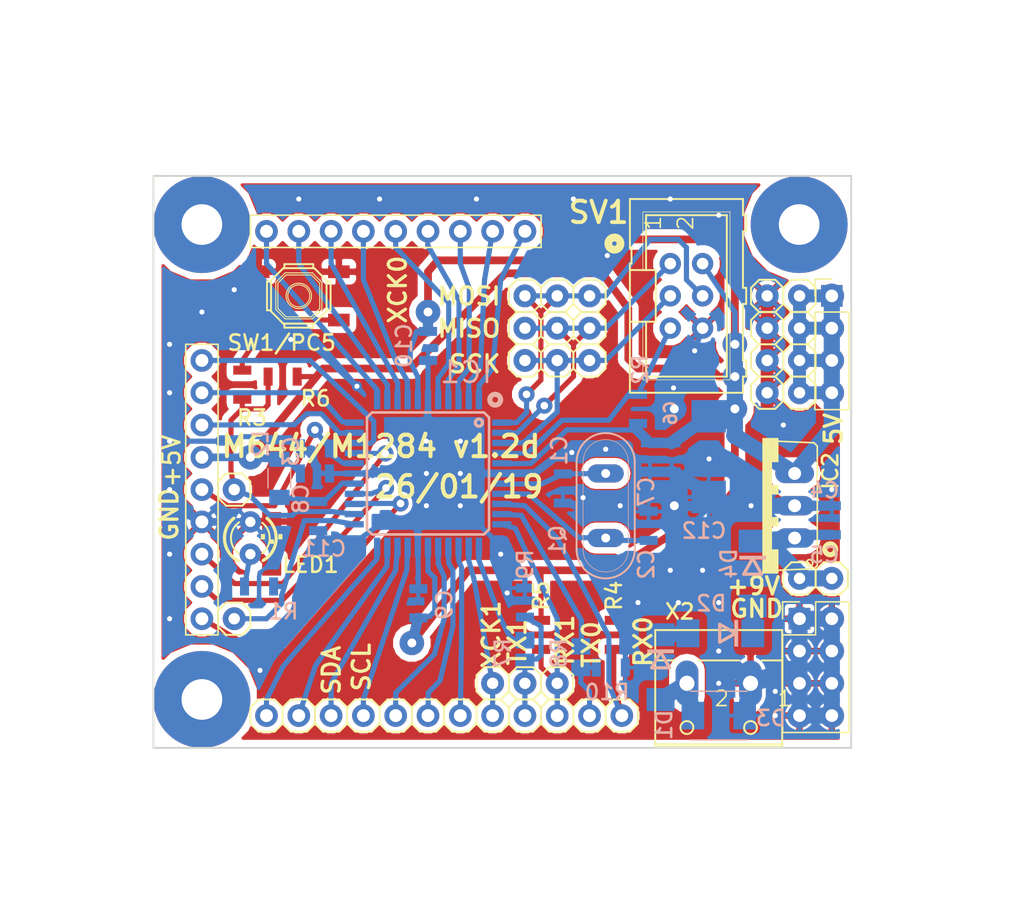
<source format=kicad_pcb>
(kicad_pcb (version 20171130) (host pcbnew "(5.0.2)-1")
  (title_block (title "M644/M1284 breakout board") (date 2019-04-02) (rev v1.2d) (company "(c) Ibragimov M. Russia Togliatty"))
  (layers (0 Top signal) (31 Bottom signal) (34 B.Paste user) (35 F.Paste user) (36 B.SilkS user) (37 F.SilkS user) (38 B.Mask user) (39 F.Mask user) (44 Edge.Cuts user))
  (net 0 "")
  (net 1 GND)
  (net 2 VCC)
  (net 3 /PB4)
  (net 4 /PB3)
  (net 5 /PB2)
  (net 6 /PB1)
  (net 7 /PB0)
  (net 8 /PA0)
  (net 9 /PA1)
  (net 10 /PA2)
  (net 11 /PA3)
  (net 12 /PA4)
  (net 13 /PA5)
  (net 14 /PA6)
  (net 15 /PA7)
  (net 16 /AREF)
  (net 17 "Net-(C11-PadP$1)")
  (net 18 /PC7)
  (net 19 /PC6)
  (net 20 /PC5)
  (net 21 /PC4)
  (net 22 /PC3)
  (net 23 /PC2)
  (net 24 /PC1)
  (net 25 /PC0)
  (net 26 /PD7)
  (net 27 /PD6)
  (net 28 /PD5)
  (net 29 /PD4)
  (net 30 /PD3)
  (net 31 /PD2)
  (net 32 /PD1)
  (net 33 /PD0)
  (net 34 "Net-(C2-PadP$1)")
  (net 35 "Net-(C1-PadP$1)")
  (net 36 /RESET)
  (net 37 /SCK)
  (net 38 /MISO)
  (net 39 /MOSI)
  (net 40 "Net-(C4-PadP$1)")
  (net 41 "Net-(LED1-PadA)")
  (net 42 /PD3')
  (net 43 /PD1')
  (net 44 "Net-(D1-PadA)")
  (net 45 "Net-(D1-PadC)")
  (net 46 "Net-(D2-PadC)")
  (net 47 "Net-(R3-PadP$1)")
  (module M644_breakout_v1.2d:SMBJ (layer Bottom) (at 165.6461 124.9636)
    (fp_text reference D3 (at 2.794 -0.5036) (layer B.SilkS) (effects (font (size 1.2065 1.2065) (thickness 0.2)) (justify right top mirror)))
    (fp_text value SM6T15CA)
    (pad A smd rect (at 2.04 0 180) (size 1.78 2.16) (layers Bottom B.Paste B.Mask) (net 1 GND))
    (pad C smd rect (at -2.03 0) (size 1.78 2.16) (layers Bottom B.Paste B.Mask) (net 44 "Net-(D1-PadA)"))
  )
  (module M644_breakout_v1.2d:DO214AA (layer Bottom) (at 161.0741 121.1536 270)
    (fp_text reference D1 (at 5.8464 0.4191 270) (layer B.SilkS) (effects (font (size 1.2065 1.2065) (thickness 0.2)) (justify right top mirror)))
    (fp_text value SM4007)
    (pad A smd rect (at 2.55 0 270) (size 1.8 2.2) (layers Bottom B.Paste B.Mask) (net 44 "Net-(D1-PadA)"))
    (pad C smd rect (at -2.55 0 270) (size 1.8 2.2) (layers Bottom B.Paste B.Mask) (net 45 "Net-(D1-PadC)"))
  )
  (module M644_breakout_v1.2d:DO214AA (layer Bottom) (at 165.7731 118.4866 180)
    (fp_text reference D2 (at -0.5969 1.6466) (layer B.SilkS) (effects (font (size 1.2065 1.2065) (thickness 0.2)) (justify left bottom mirror)))
    (fp_text value SM4007)
    (pad A smd rect (at 2.55 0 180) (size 1.8 2.2) (layers Bottom B.Paste B.Mask) (net 45 "Net-(D1-PadC)"))
    (pad C smd rect (at -2.55 0 180) (size 1.8 2.2) (layers Bottom B.Paste B.Mask) (net 46 "Net-(D2-PadC)"))
  )
  (module M644_breakout_v1.2d:DO214AA (layer Bottom) (at 168.3131 113.7876 270)
    (fp_text reference D4 (at 0.5124 2.5781 270) (layer B.SilkS) (effects (font (size 1.2065 1.2065) (thickness 0.2)) (justify right top mirror)))
    (fp_text value SM4007)
    (pad A smd rect (at 2.55 0 270) (size 1.8 2.2) (layers Bottom B.Paste B.Mask) (net 46 "Net-(D2-PadC)"))
    (pad C smd rect (at -2.55 0 270) (size 1.8 2.2) (layers Bottom B.Paste B.Mask) (net 40 "Net-(C4-PadP$1)"))
  )
  (module M644_breakout_v1.2d:D_7343-31R (layer Bottom) (at 164.8587 104.5928 90)
    (fp_text reference C12 (at -6.5322 1.5113 180) (layer B.SilkS) (effects (font (size 1.2065 1.2065) (thickness 0.2)) (justify left bottom mirror)))
    (fp_text value 100uF)
    (pad - smd rect (at -3.175 0 90) (size 2.55 2.7) (layers Bottom B.Paste B.Mask) (net 1 GND))
    (pad + smd rect (at 3.175 0 90) (size 2.55 2.7) (layers Bottom B.Paste B.Mask) (net 2 VCC))
  )
  (module M644_breakout_v1.2d:CHIPLED_1206 (layer Top) (at 130.4925 111.4508)
    (fp_text reference LED1_SMD1 hide)
    (fp_text value LED_RED/PC4/20)
    (pad A smd rect (at 0 1.75) (size 1.5 1.5) (layers Top F.Paste F.Mask) (net 41 "Net-(LED1-PadA)"))
    (pad C smd rect (at 0 -1.75) (size 1.5 1.5) (layers Top F.Paste F.Mask) (net 1 GND))
  )
  (module M644_breakout_v1.2d:L3216C (layer Bottom) (at 131.1021 106.2946 270)
    (fp_text reference L2 (at -1.5196 2.1971 90) (layer B.SilkS) (effects (font (size 1.2065 1.2065) (thickness 0.2)) (justify right top mirror)))
    (fp_text value 10uH)
    (pad 2 smd rect (at 1.5 0 270) (size 1.2 1.6) (layers Bottom B.Paste B.Mask) (net 17 "Net-(C11-PadP$1)"))
    (pad 1 smd rect (at -1.5 0 270) (size 1.2 1.6) (layers Bottom B.Paste B.Mask) (net 2 VCC))
  )
  (module M644_breakout_v1.2d:SW_TACT_SMALL (layer Top) (at 132.6261 91.9436 180)
    (fp_text reference SW1/PC5 (at -3.04 -2.9825) (layer F.SilkS) (effects (font (size 1.2065 1.2065) (thickness 0.2)) (justify right top)))
    (fp_text value SMD_TACT_4x4 hide)
    (pad 4 smd rect (at 3.15 1.9 270) (size 1 1.7) (layers Top F.Paste F.Mask) (net 1 GND))
    (pad 3 smd rect (at -3.15 1.9 270) (size 1 1.7) (layers Top F.Paste F.Mask) (net 1 GND))
    (pad 2 smd rect (at 3.15 -1.9 270) (size 1 1.7) (layers Top F.Paste F.Mask) (net 47 "Net-(R3-PadP$1)"))
    (pad 1 smd rect (at -3.15 -1.9 270) (size 1 1.7) (layers Top F.Paste F.Mask) (net 47 "Net-(R3-PadP$1)"))
  )
  (module M644_breakout_v1.2d:TO220V (layer Top) (at 169.0751 108.4536 90)
    (fp_text reference IC2 (at 1.1386 6.0452 90) (layer F.SilkS) (effects (font (size 1.2065 1.2065) (thickness 0.2)) (justify left bottom)))
    (fp_text value 78TV)
    (pad 3 thru_hole oval (at 2.54 2.54 180) (size 3.048 1.524) (drill 1.016) (layers *.Cu *.Mask) (net 2 VCC))
    (pad 2 thru_hole oval (at 0 2.54 180) (size 3.048 1.524) (drill 1.016) (layers *.Cu *.Mask) (net 1 GND))
    (pad 1 thru_hole oval (at -2.54 2.54 180) (size 3.048 1.524) (drill 1.016) (layers *.Cu *.Mask) (net 40 "Net-(C4-PadP$1)"))
  )
  (module M644_breakout_v1.2d:ML6 (layer Top) (at 163.1061 91.9436 270)
    (fp_text reference SV1 (at -5.5836 9.4361) (layer F.SilkS) (effects (font (size 1.6891 1.6891) (thickness 0.3)) (justify left bottom)))
    (fp_text value ISP_6PIN)
    (fp_text user 2 (at -5.08 -0.635 270) (layer F.SilkS) (effects (font (size 1.2065 1.2065) (thickness 0.127)) (justify left bottom)))
    (fp_text user 1 (at -5.08 1.905 270) (layer F.SilkS) (effects (font (size 1.2065 1.2065) (thickness 0.127)) (justify left bottom)))
    (pad 6 thru_hole circle (at 2.54 -1.27 270) (size 1.6764 1.6764) (drill 0.9144) (layers *.Cu *.Mask) (net 1 GND))
    (pad 5 thru_hole circle (at 2.54 1.27 270) (size 1.6764 1.6764) (drill 0.9144) (layers *.Cu *.Mask) (net 36 /RESET))
    (pad 4 thru_hole circle (at 0 -1.27 270) (size 1.6764 1.6764) (drill 0.9144) (layers *.Cu *.Mask) (net 39 /MOSI))
    (pad 3 thru_hole circle (at 0 1.27 270) (size 1.6764 1.6764) (drill 0.9144) (layers *.Cu *.Mask) (net 37 /SCK))
    (pad 2 thru_hole circle (at -2.54 -1.27 270) (size 1.6764 1.6764) (drill 0.9144) (layers *.Cu *.Mask) (net 2 VCC))
    (pad 1 thru_hole circle (at -2.54 1.27 270) (size 1.6764 1.6764) (drill 0.9144) (layers *.Cu *.Mask) (net 38 /MISO))
  )
  (module M644_breakout_v1.2d:1X12 (layer Top) (at 144.0561 124.9636 180)
    (fp_text reference JP3 hide)
    (fp_text value PIN1x12)
    (pad 12 thru_hole circle (at 13.97 0 270) (size 1.778 1.778) (drill 1.016) (layers *.Cu *.Mask) (net 22 /PC3))
    (pad 11 thru_hole circle (at 11.43 0 270) (size 1.778 1.778) (drill 1.016) (layers *.Cu *.Mask) (net 23 /PC2))
    (pad 10 thru_hole circle (at 8.89 0 270) (size 1.778 1.778) (drill 1.016) (layers *.Cu *.Mask) (net 24 /PC1))
    (pad 9 thru_hole circle (at 6.35 0 270) (size 1.778 1.778) (drill 1.016) (layers *.Cu *.Mask) (net 25 /PC0))
    (pad 8 thru_hole circle (at 3.81 0 270) (size 1.778 1.778) (drill 1.016) (layers *.Cu *.Mask) (net 26 /PD7))
    (pad 7 thru_hole circle (at 1.27 0 270) (size 1.778 1.778) (drill 1.016) (layers *.Cu *.Mask) (net 27 /PD6))
    (pad 6 thru_hole circle (at -1.27 0 270) (size 1.778 1.778) (drill 1.016) (layers *.Cu *.Mask) (net 28 /PD5))
    (pad 5 thru_hole circle (at -3.81 0 270) (size 1.778 1.778) (drill 1.016) (layers *.Cu *.Mask) (net 29 /PD4))
    (pad 4 thru_hole circle (at -6.35 0 270) (size 1.778 1.778) (drill 1.016) (layers *.Cu *.Mask) (net 42 /PD3'))
    (pad 3 thru_hole circle (at -8.89 0 270) (size 1.778 1.778) (drill 1.016) (layers *.Cu *.Mask) (net 31 /PD2))
    (pad 2 thru_hole circle (at -11.43 0 270) (size 1.778 1.778) (drill 1.016) (layers *.Cu *.Mask) (net 43 /PD1'))
    (pad 1 thru_hole circle (at -13.97 0 270) (size 1.778 1.778) (drill 1.016) (layers *.Cu *.Mask) (net 33 /PD0))
  )
  (module M644_breakout_v1.2d:TQFP44 (layer Bottom) (at 142.7861 105.9136 180)
    (fp_text reference IC1 (at -5.1689 6.985) (layer B.SilkS) (effects (font (size 1.6891 1.6891) (thickness 0.2)) (justify left bottom mirror)))
    (fp_text value ATMEGA16/32/644/1284)
    (pad 44 smd rect (at -4 5.8 180) (size 0.5 1.5) (layers Bottom B.Paste B.Mask) (net 3 /PB4))
    (pad 43 smd rect (at -3.2 5.8 180) (size 0.5 1.5) (layers Bottom B.Paste B.Mask) (net 4 /PB3))
    (pad 42 smd rect (at -2.4 5.8 180) (size 0.5 1.5) (layers Bottom B.Paste B.Mask) (net 5 /PB2))
    (pad 41 smd rect (at -1.6 5.8 180) (size 0.5 1.5) (layers Bottom B.Paste B.Mask) (net 6 /PB1))
    (pad 40 smd rect (at -0.8 5.8 180) (size 0.5 1.5) (layers Bottom B.Paste B.Mask) (net 7 /PB0))
    (pad 39 smd rect (at 0 5.8 180) (size 0.5 1.5) (layers Bottom B.Paste B.Mask) (net 1 GND))
    (pad 38 smd rect (at 0.8 5.8 180) (size 0.5 1.5) (layers Bottom B.Paste B.Mask) (net 2 VCC))
    (pad 37 smd rect (at 1.6 5.8 180) (size 0.5 1.5) (layers Bottom B.Paste B.Mask) (net 8 /PA0))
    (pad 36 smd rect (at 2.4 5.8 180) (size 0.5 1.5) (layers Bottom B.Paste B.Mask) (net 9 /PA1))
    (pad 35 smd rect (at 3.2 5.8 180) (size 0.5 1.5) (layers Bottom B.Paste B.Mask) (net 10 /PA2))
    (pad 34 smd rect (at 4 5.8 180) (size 0.5 1.5) (layers Bottom B.Paste B.Mask) (net 11 /PA3))
    (pad 33 smd rect (at 5.8 4 180) (size 1.5 0.5) (layers Bottom B.Paste B.Mask) (net 12 /PA4))
    (pad 32 smd rect (at 5.8 3.2 180) (size 1.5 0.5) (layers Bottom B.Paste B.Mask) (net 13 /PA5))
    (pad 31 smd rect (at 5.8 2.4 180) (size 1.5 0.5) (layers Bottom B.Paste B.Mask) (net 14 /PA6))
    (pad 30 smd rect (at 5.8 1.6 180) (size 1.5 0.5) (layers Bottom B.Paste B.Mask) (net 15 /PA7))
    (pad 29 smd rect (at 5.8 0.8 180) (size 1.5 0.5) (layers Bottom B.Paste B.Mask) (net 16 /AREF))
    (pad 28 smd rect (at 5.8 0 180) (size 1.5 0.5) (layers Bottom B.Paste B.Mask) (net 1 GND))
    (pad 27 smd rect (at 5.8 -0.8 180) (size 1.5 0.5) (layers Bottom B.Paste B.Mask) (net 17 "Net-(C11-PadP$1)"))
    (pad 26 smd rect (at 5.8 -1.6 180) (size 1.5 0.5) (layers Bottom B.Paste B.Mask) (net 18 /PC7))
    (pad 25 smd rect (at 5.8 -2.4 180) (size 1.5 0.5) (layers Bottom B.Paste B.Mask) (net 19 /PC6))
    (pad 24 smd rect (at 5.8 -3.2 180) (size 1.5 0.5) (layers Bottom B.Paste B.Mask) (net 20 /PC5))
    (pad 23 smd rect (at 5.8 -4 180) (size 1.5 0.5) (layers Bottom B.Paste B.Mask) (net 21 /PC4))
    (pad 22 smd rect (at 4 -5.8 180) (size 0.5 1.5) (layers Bottom B.Paste B.Mask) (net 22 /PC3))
    (pad 21 smd rect (at 3.2 -5.8 180) (size 0.5 1.5) (layers Bottom B.Paste B.Mask) (net 23 /PC2))
    (pad 20 smd rect (at 2.4 -5.8 180) (size 0.5 1.5) (layers Bottom B.Paste B.Mask) (net 24 /PC1))
    (pad 19 smd rect (at 1.6 -5.8 180) (size 0.5 1.5) (layers Bottom B.Paste B.Mask) (net 25 /PC0))
    (pad 18 smd rect (at 0.8 -5.8 180) (size 0.5 1.5) (layers Bottom B.Paste B.Mask) (net 1 GND))
    (pad 17 smd rect (at 0 -5.8 180) (size 0.5 1.5) (layers Bottom B.Paste B.Mask) (net 2 VCC))
    (pad 16 smd rect (at -0.8 -5.8 180) (size 0.5 1.5) (layers Bottom B.Paste B.Mask) (net 26 /PD7))
    (pad 15 smd rect (at -1.6 -5.8 180) (size 0.5 1.5) (layers Bottom B.Paste B.Mask) (net 27 /PD6))
    (pad 14 smd rect (at -2.4 -5.8 180) (size 0.5 1.5) (layers Bottom B.Paste B.Mask) (net 28 /PD5))
    (pad 13 smd rect (at -3.2 -5.8 180) (size 0.5 1.5) (layers Bottom B.Paste B.Mask) (net 29 /PD4))
    (pad 12 smd rect (at -4 -5.8 180) (size 0.5 1.5) (layers Bottom B.Paste B.Mask) (net 30 /PD3))
    (pad 11 smd rect (at -5.8 -4 180) (size 1.5 0.5) (layers Bottom B.Paste B.Mask) (net 31 /PD2))
    (pad 10 smd rect (at -5.8 -3.2 180) (size 1.5 0.5) (layers Bottom B.Paste B.Mask) (net 32 /PD1))
    (pad 9 smd rect (at -5.8 -2.4 180) (size 1.5 0.5) (layers Bottom B.Paste B.Mask) (net 33 /PD0))
    (pad 8 smd rect (at -5.8 -1.6 180) (size 1.5 0.5) (layers Bottom B.Paste B.Mask) (net 34 "Net-(C2-PadP$1)"))
    (pad 7 smd rect (at -5.8 -0.8 180) (size 1.5 0.5) (layers Bottom B.Paste B.Mask) (net 35 "Net-(C1-PadP$1)"))
    (pad 6 smd rect (at -5.8 0 180) (size 1.5 0.5) (layers Bottom B.Paste B.Mask) (net 1 GND))
    (pad 5 smd rect (at -5.8 0.8 180) (size 1.5 0.5) (layers Bottom B.Paste B.Mask) (net 2 VCC))
    (pad 4 smd rect (at -5.8 1.6 180) (size 1.5 0.5) (layers Bottom B.Paste B.Mask) (net 36 /RESET))
    (pad 3 smd rect (at -5.8 2.4 180) (size 1.5 0.5) (layers Bottom B.Paste B.Mask) (net 37 /SCK))
    (pad 2 smd rect (at -5.8 3.2 180) (size 1.5 0.5) (layers Bottom B.Paste B.Mask) (net 38 /MISO))
    (pad 1 smd rect (at -5.8 4 180) (size 1.5 0.5) (layers Bottom B.Paste B.Mask) (net 39 /MOSI))
  )
  (module M644_breakout_v1.2d:R0805H (layer Bottom) (at 159.2961 100.8336 270)
    (fp_text reference R2 (at -1.7736 0.5461 90) (layer B.SilkS) (effects (font (size 1.2065 1.2065) (thickness 0.2)) (justify right top mirror)))
    (fp_text value 4.7KOm)
    (pad P$2 smd rect (at 1.143 0 180) (size 1.4224 0.7112) (layers Bottom B.Paste B.Mask) (net 2 VCC))
    (pad P$1 smd rect (at -1.143 0 180) (size 1.4224 0.7112) (layers Bottom B.Paste B.Mask) (net 36 /RESET))
  )
  (module M644_breakout_v1.2d:R0805H (layer Bottom) (at 129.5019 114.8036 180)
    (fp_text reference R1 (at -3.2131 -2.6714) (layer B.SilkS) (effects (font (size 1.2065 1.2065) (thickness 0.2)) (justify left bottom mirror)))
    (fp_text value 1Kom)
    (pad P$2 smd rect (at 1.143 0 90) (size 1.4224 0.7112) (layers Bottom B.Paste B.Mask) (net 41 "Net-(LED1-PadA)"))
    (pad P$1 smd rect (at -1.143 0 90) (size 1.4224 0.7112) (layers Bottom B.Paste B.Mask) (net 21 /PC4))
  )
  (module M644_breakout_v1.2d:R0805H (layer Top) (at 128.1811 98.9286 270)
    (fp_text reference R3 (at 3.3064 0.5461) (layer F.SilkS) (effects (font (size 1.2065 1.2065) (thickness 0.2)) (justify left bottom)))
    (fp_text value 510Om)
    (pad P$2 smd rect (at 1.143 0) (size 1.4224 0.7112) (layers Top F.Paste F.Mask) (net 20 /PC5))
    (pad P$1 smd rect (at -1.143 0) (size 1.4224 0.7112) (layers Top F.Paste F.Mask) (net 47 "Net-(R3-PadP$1)"))
  )
  (module M644_breakout_v1.2d:R0805H (layer Top) (at 157.3911 118.6136 90)
    (fp_text reference R4 (at 1.7736 0.7239 90) (layer F.SilkS) (effects (font (size 1.2065 1.2065) (thickness 0.2)) (justify left bottom)))
    (fp_text value 10KOm)
    (pad P$2 smd rect (at 1.143 0 180) (size 1.4224 0.7112) (layers Top F.Paste F.Mask) (net 2 VCC))
    (pad P$1 smd rect (at -1.143 0 180) (size 1.4224 0.7112) (layers Top F.Paste F.Mask) (net 33 /PD0))
  )
  (module M644_breakout_v1.2d:R0805H (layer Top) (at 151.6761 118.6136 90)
    (fp_text reference R5 (at 1.7736 0.7239 90) (layer F.SilkS) (effects (font (size 1.2065 1.2065) (thickness 0.2)) (justify left bottom)))
    (fp_text value 10KOm)
    (pad P$2 smd rect (at 1.143 0 180) (size 1.4224 0.7112) (layers Top F.Paste F.Mask) (net 2 VCC))
    (pad P$1 smd rect (at -1.143 0 180) (size 1.4224 0.7112) (layers Top F.Paste F.Mask) (net 31 /PD2))
  )
  (module M644_breakout_v1.2d:R0805H (layer Top) (at 131.3561 98.2936 180)
    (fp_text reference R6 (at -3.8989 -1.016) (layer F.SilkS) (effects (font (size 1.2065 1.2065) (thickness 0.2)) (justify right top)))
    (fp_text value 10kOm)
    (pad P$2 smd rect (at 1.143 0 270) (size 1.4224 0.7112) (layers Top F.Paste F.Mask) (net 20 /PC5))
    (pad P$1 smd rect (at -1.143 0 270) (size 1.4224 0.7112) (layers Top F.Paste F.Mask) (net 2 VCC))
  )
  (module M644_breakout_v1.2d:R0805H (layer Bottom) (at 150.4061 116.0736 90)
    (fp_text reference R9 (at 4.3136 0.7239 90) (layer B.SilkS) (effects (font (size 1.2065 1.2065) (thickness 0.2)) (justify left bottom mirror)))
    (fp_text value 2Kom)
    (pad P$2 smd rect (at 1.143 0) (size 1.4224 0.7112) (layers Bottom B.Paste B.Mask) (net 1 GND))
    (pad P$1 smd rect (at -1.143 0) (size 1.4224 0.7112) (layers Bottom B.Paste B.Mask) (net 42 /PD3'))
  )
  (module M644_breakout_v1.2d:R0805H (layer Bottom) (at 157.1625 121.179)
    (fp_text reference R10 (at 1.5875 2.646) (layer B.SilkS) (effects (font (size 1.2065 1.2065) (thickness 0.2)) (justify left bottom mirror)))
    (fp_text value 2Kom)
    (pad P$2 smd rect (at 1.143 0 270) (size 1.4224 0.7112) (layers Bottom B.Paste B.Mask) (net 1 GND))
    (pad P$1 smd rect (at -1.143 0 270) (size 1.4224 0.7112) (layers Bottom B.Paste B.Mask) (net 43 /PD1'))
  )
  (module M644_breakout_v1.2d:QS (layer Bottom) (at 156.7561 108.4536 90)
    (fp_text reference Q1 (at -1.4014 -3.0861 90) (layer B.SilkS) (effects (font (size 1.2065 1.2065) (thickness 0.2)) (justify left bottom mirror)))
    (fp_text value 16Mhz)
    (pad 2 thru_hole oval (at 2.54 0) (size 2.8448 1.4224) (drill 0.7) (layers *.Cu *.Mask) (net 35 "Net-(C1-PadP$1)"))
    (pad 1 thru_hole oval (at -2.54 0) (size 2.8448 1.4224) (drill 0.7) (layers *.Cu *.Mask) (net 34 "Net-(C2-PadP$1)"))
  )
  (module M644_breakout_v1.2d:C0805H (layer Bottom) (at 160.1343 110.0411 90)
    (fp_text reference C2 (at -1.7189 0.5207 90) (layer B.SilkS) (effects (font (size 1.2065 1.2065) (thickness 0.2)) (justify left bottom mirror)))
    (fp_text value 18pf)
    (pad P$2 smd rect (at 1.143 0) (size 1.4224 0.7112) (layers Bottom B.Paste B.Mask) (net 1 GND))
    (pad P$1 smd rect (at -1.143 0) (size 1.4224 0.7112) (layers Bottom B.Paste B.Mask) (net 34 "Net-(C2-PadP$1)"))
  )
  (module M644_breakout_v1.2d:C0805H (layer Bottom) (at 153.3906 107.0947 270)
    (fp_text reference C1 (at -1.6847 0.9906 90) (layer B.SilkS) (effects (font (size 1.2065 1.2065) (thickness 0.2)) (justify right top mirror)))
    (fp_text value 18pf)
    (pad P$2 smd rect (at 1.143 0 180) (size 1.4224 0.7112) (layers Bottom B.Paste B.Mask) (net 1 GND))
    (pad P$1 smd rect (at -1.143 0 180) (size 1.4224 0.7112) (layers Bottom B.Paste B.Mask) (net 35 "Net-(C1-PadP$1)"))
  )
  (module M644_breakout_v1.2d:C0805H (layer Bottom) (at 160.2359 104.6436 270)
    (fp_text reference C7 (at 1.4014 -0.4191 90) (layer B.SilkS) (effects (font (size 1.2065 1.2065) (thickness 0.2)) (justify left bottom mirror)))
    (fp_text value 0.1mF)
    (pad P$2 smd rect (at 1.143 0 180) (size 1.4224 0.7112) (layers Bottom B.Paste B.Mask) (net 1 GND))
    (pad P$1 smd rect (at -1.143 0 180) (size 1.4224 0.7112) (layers Bottom B.Paste B.Mask) (net 2 VCC))
  )
  (module M644_breakout_v1.2d:C0805H (layer Bottom) (at 133.8961 103.9451)
    (fp_text reference C3 (at -1.1811 -1.0751 -90) (layer B.SilkS) (effects (font (size 1.2065 1.2065) (thickness 0.2)) (justify left bottom mirror)))
    (fp_text value 0.1mF)
    (pad P$2 smd rect (at 1.143 0 270) (size 1.4224 0.7112) (layers Bottom B.Paste B.Mask) (net 16 /AREF))
    (pad P$1 smd rect (at -1.143 0 270) (size 1.4224 0.7112) (layers Bottom B.Paste B.Mask) (net 1 GND))
  )
  (module M644_breakout_v1.2d:C0805H (layer Bottom) (at 173.0883 109.5966 90)
    (fp_text reference C5 (at -3.4334 2.1717 180) (layer B.SilkS) (effects (font (size 1.2 1.2) (thickness 0.2)) (justify left bottom mirror)))
    (fp_text value 0.1mF)
    (pad P$2 smd rect (at 1.143 0) (size 1.4224 0.7112) (layers Bottom B.Paste B.Mask) (net 1 GND))
    (pad P$1 smd rect (at -1.143 0) (size 1.4224 0.7112) (layers Bottom B.Paste B.Mask) (net 40 "Net-(C4-PadP$1)"))
  )
  (module M644_breakout_v1.2d:LED3MM (layer Top) (at 128.8161 110.9936 90)
    (fp_text reference LED1 (at -1.4014 7.0739) (layer F.SilkS) (effects (font (size 1.2065 1.2065) (thickness 0.2)) (justify right top)))
    (fp_text value LED_RED/PC4/20)
    (pad K thru_hole circle (at 1.27 0 90) (size 1.6764 1.6764) (drill 0.8128) (layers *.Cu *.Mask) (net 1 GND))
    (pad A thru_hole circle (at -1.27 0 90) (size 1.6764 1.6764) (drill 0.8128) (layers *.Cu *.Mask) (net 41 "Net-(LED1-PadA)"))
  )
  (module M644_breakout_v1.2d:C0805H (layer Bottom) (at 133.8961 105.9136 180)
    (fp_text reference C8 (at 1.8161 -3.3064 270) (layer B.SilkS) (effects (font (size 1.2065 1.2065) (thickness 0.2)) (justify right top mirror)))
    (fp_text value 0.1mF)
    (pad P$2 smd rect (at 1.143 0 90) (size 1.4224 0.7112) (layers Bottom B.Paste B.Mask) (net 2 VCC))
    (pad P$1 smd rect (at -1.143 0 90) (size 1.4224 0.7112) (layers Bottom B.Paste B.Mask) (net 1 GND))
  )
  (module M644_breakout_v1.2d:C0805H (layer Bottom) (at 142.0241 116.1371 270)
    (fp_text reference C9 (at -1.2021 -2.7559 270) (layer B.SilkS) (effects (font (size 1.2065 1.2065) (thickness 0.2)) (justify left bottom mirror)))
    (fp_text value 0.1mF)
    (pad P$2 smd rect (at 1.143 0 180) (size 1.4224 0.7112) (layers Bottom B.Paste B.Mask) (net 2 VCC))
    (pad P$1 smd rect (at -1.143 0 180) (size 1.4224 0.7112) (layers Bottom B.Paste B.Mask) (net 1 GND))
  )
  (module M644_breakout_v1.2d:C0805H (layer Bottom) (at 142.7861 95.8806 90)
    (fp_text reference C10 (at 1.9006 -1.1811 90) (layer B.SilkS) (effects (font (size 1.2065 1.2065) (thickness 0.2)) (justify left bottom mirror)))
    (fp_text value 0.1mF)
    (pad P$2 smd rect (at 1.143 0) (size 1.4224 0.7112) (layers Bottom B.Paste B.Mask) (net 2 VCC))
    (pad P$1 smd rect (at -1.143 0) (size 1.4224 0.7112) (layers Bottom B.Paste B.Mask) (net 1 GND))
  )
  (module M644_breakout_v1.2d:C0805H (layer Bottom) (at 134.1501 109.2664 270)
    (fp_text reference C11 (at 1.8586 1.4351 180) (layer B.SilkS) (effects (font (size 1.2065 1.2065) (thickness 0.2)) (justify right top mirror)))
    (fp_text value 0.1mF)
    (pad P$2 smd rect (at 1.143 0 180) (size 1.4224 0.7112) (layers Bottom B.Paste B.Mask) (net 1 GND))
    (pad P$1 smd rect (at -1.143 0 180) (size 1.4224 0.7112) (layers Bottom B.Paste B.Mask) (net 17 "Net-(C11-PadP$1)"))
  )
  (module M644_breakout_v1.2d:1X09-BIG (layer Top) (at 140.2461 86.8636 180)
    (fp_text reference JP1 hide)
    (fp_text value PIN1x9)
    (pad 9 thru_hole circle (at 10.16 0 270) (size 1.778 1.778) (drill 1.016) (layers *.Cu *.Mask) (net 11 /PA3))
    (pad 8 thru_hole circle (at 7.62 0 270) (size 1.778 1.778) (drill 1.016) (layers *.Cu *.Mask) (net 10 /PA2))
    (pad 7 thru_hole circle (at 5.08 0 270) (size 1.778 1.778) (drill 1.016) (layers *.Cu *.Mask) (net 9 /PA1))
    (pad 6 thru_hole circle (at 2.54 0 270) (size 1.778 1.778) (drill 1.016) (layers *.Cu *.Mask) (net 8 /PA0))
    (pad 5 thru_hole circle (at 0 0 270) (size 1.778 1.778) (drill 1.016) (layers *.Cu *.Mask) (net 7 /PB0))
    (pad 4 thru_hole circle (at -2.54 0 270) (size 1.778 1.778) (drill 1.016) (layers *.Cu *.Mask) (net 6 /PB1))
    (pad 3 thru_hole circle (at -5.08 0 270) (size 1.778 1.778) (drill 1.016) (layers *.Cu *.Mask) (net 5 /PB2))
    (pad 2 thru_hole circle (at -7.62 0 270) (size 1.778 1.778) (drill 1.016) (layers *.Cu *.Mask) (net 4 /PB3))
    (pad 1 thru_hole circle (at -10.16 0 270) (size 1.778 1.778) (drill 1.016) (layers *.Cu *.Mask) (net 3 /PB4))
  )
  (module M644_breakout_v1.2d:1X09-BIG (layer Top) (at 125.0061 107.1836 270)
    (fp_text reference JP2 hide)
    (fp_text value PIN1x9)
    (pad 9 thru_hole circle (at 10.16 0) (size 1.778 1.778) (drill 1.016) (layers *.Cu *.Mask) (net 19 /PC6))
    (pad 8 thru_hole circle (at 7.62 0) (size 1.778 1.778) (drill 1.016) (layers *.Cu *.Mask) (net 18 /PC7))
    (pad 7 thru_hole circle (at 5.08 0) (size 1.778 1.778) (drill 1.016) (layers *.Cu *.Mask) (net 15 /PA7))
    (pad 6 thru_hole circle (at 2.54 0) (size 1.778 1.778) (drill 1.016) (layers *.Cu *.Mask) (net 1 GND))
    (pad 5 thru_hole circle (at 0 0) (size 1.778 1.778) (drill 1.016) (layers *.Cu *.Mask) (net 16 /AREF))
    (pad 4 thru_hole circle (at -2.54 0) (size 1.778 1.778) (drill 1.016) (layers *.Cu *.Mask) (net 2 VCC))
    (pad 3 thru_hole circle (at -5.08 0) (size 1.778 1.778) (drill 1.016) (layers *.Cu *.Mask) (net 13 /PA5))
    (pad 2 thru_hole circle (at -7.62 0) (size 1.778 1.778) (drill 1.016) (layers *.Cu *.Mask) (net 12 /PA4))
    (pad 1 thru_hole circle (at -10.16 0) (size 1.778 1.778) (drill 1.016) (layers *.Cu *.Mask) (net 14 /PA6))
  )
  (module M644_breakout_v1.2d:C0805H (layer Bottom) (at 174.5361 109.5966 90)
    (fp_text reference C4 (at 1.6466 0.7239 180) (layer B.SilkS) (effects (font (size 1.2065 1.2065) (thickness 0.2)) (justify left bottom mirror)))
    (fp_text value 10uF)
    (pad P$2 smd rect (at 1.143 0) (size 1.4224 0.7112) (layers Bottom B.Paste B.Mask) (net 1 GND))
    (pad P$1 smd rect (at -1.143 0) (size 1.4224 0.7112) (layers Bottom B.Paste B.Mask) (net 40 "Net-(C4-PadP$1)"))
  )
  (module M644_breakout_v1.2d:C0805H (layer Bottom) (at 161.9377 104.6436 270)
    (fp_text reference C6 (at -2.4086 0.6477 270) (layer B.SilkS) (effects (font (size 0.9652 0.9652) (thickness 0.2)) (justify right top mirror)))
    (fp_text value 22uF)
    (pad P$2 smd rect (at 1.143 0 180) (size 1.4224 0.7112) (layers Bottom B.Paste B.Mask) (net 1 GND))
    (pad P$1 smd rect (at -1.143 0 180) (size 1.4224 0.7112) (layers Bottom B.Paste B.Mask) (net 2 VCC))
  )
  (module M644_breakout_v1.2d:W237-102 (layer Top) (at 165.6461 123.6936 180)
    (fp_text reference X2 (at 1.778 7.62) (layer F.SilkS) (effects (font (size 1.2065 1.2065) (thickness 0.2)) (justify right top)))
    (fp_text value DG300-5.0-02P-12)
    (fp_text user 2 (at 0.421 -0.635 180) (layer F.SilkS) (effects (font (size 1.2065 1.2065) (thickness 0.127)) (justify left bottom)))
    (fp_text user 1 (at -4.532 -0.635 180) (layer F.SilkS) (effects (font (size 1.2065 1.2065) (thickness 0.127)) (justify left bottom)))
    (pad 2 thru_hole oval (at 2.5 1.27 270) (size 3.5814 1.7907) (drill 1.1938) (layers *.Cu *.Mask) (net 44 "Net-(D1-PadA)"))
    (pad 1 thru_hole oval (at -2.5 1.27 270) (size 3.5814 1.7907) (drill 1.1938) (layers *.Cu *.Mask) (net 1 GND))
  )
  (module M644_breakout_v1.2d:1X01 (layer Top) (at 150.4061 97.0236)
    (fp_text reference JP4 hide)
    (fp_text value PINx1)
    (pad 1 thru_hole circle (at 0 0) (size 1.8 1.8) (drill 0.9) (layers *.Cu *.Mask) (net 37 /SCK))
  )
  (module M644_breakout_v1.2d:1X01 (layer Top) (at 152.9461 97.0236)
    (fp_text reference JP5 hide)
    (fp_text value PINx1)
    (pad 1 thru_hole circle (at 0 0) (size 1.8 1.8) (drill 0.9) (layers *.Cu *.Mask) (net 37 /SCK))
  )
  (module M644_breakout_v1.2d:1X01 (layer Top) (at 152.9461 94.4836)
    (fp_text reference JP6 hide)
    (fp_text value PINx1)
    (pad 1 thru_hole circle (at 0 0) (size 1.8 1.8) (drill 0.9) (layers *.Cu *.Mask) (net 38 /MISO))
  )
  (module M644_breakout_v1.2d:1X01 (layer Top) (at 150.4061 94.4836)
    (fp_text reference JP7 hide)
    (fp_text value PINx1)
    (pad 1 thru_hole circle (at 0 0) (size 1.8 1.8) (drill 0.9) (layers *.Cu *.Mask) (net 38 /MISO))
  )
  (module M644_breakout_v1.2d:1X01 (layer Top) (at 150.4061 91.9436)
    (fp_text reference JP8 hide)
    (fp_text value PINx1)
    (pad 1 thru_hole circle (at 0 0) (size 1.8 1.8) (drill 0.9) (layers *.Cu *.Mask) (net 39 /MOSI))
  )
  (module M644_breakout_v1.2d:1X01 (layer Top) (at 152.9461 91.9436)
    (fp_text reference JP9 hide)
    (fp_text value PINx1)
    (pad 1 thru_hole circle (at 0 0) (size 1.8 1.8) (drill 0.9) (layers *.Cu *.Mask) (net 39 /MOSI))
  )
  (module M644_breakout_v1.2d:1X01 (layer Top) (at 155.4861 97.0236)
    (fp_text reference JP11 hide)
    (fp_text value PINx1)
    (pad 1 thru_hole circle (at 0 0) (size 1.8 1.8) (drill 0.9) (layers *.Cu *.Mask) (net 37 /SCK))
  )
  (module M644_breakout_v1.2d:1X01 (layer Top) (at 155.4861 94.4836)
    (fp_text reference JP12 hide)
    (fp_text value PINx1)
    (pad 1 thru_hole circle (at 0 0) (size 1.8 1.8) (drill 0.9) (layers *.Cu *.Mask) (net 38 /MISO))
  )
  (module M644_breakout_v1.2d:1X01 (layer Top) (at 155.4861 91.9436)
    (fp_text reference JP13 hide)
    (fp_text value PINx1)
    (pad 1 thru_hole circle (at 0 0) (size 1.8 1.8) (drill 0.9) (layers *.Cu *.Mask) (net 39 /MOSI))
  )
  (module M644_breakout_v1.2d:1X01 (layer Top) (at 171.9961 91.9436)
    (fp_text reference JP14 hide)
    (fp_text value PINx1)
    (pad 1 thru_hole circle (at 0 0) (size 1.8 1.8) (drill 0.9) (layers *.Cu *.Mask) (net 2 VCC))
  )
  (module M644_breakout_v1.2d:1X01 (layer Top) (at 171.9961 94.4836)
    (fp_text reference JP15 hide)
    (fp_text value PINx1)
    (pad 1 thru_hole circle (at 0 0) (size 1.8 1.8) (drill 0.9) (layers *.Cu *.Mask) (net 2 VCC))
  )
  (module M644_breakout_v1.2d:1X01 (layer Top) (at 171.9961 97.0236)
    (fp_text reference JP16 hide)
    (fp_text value PINx1)
    (pad 1 thru_hole circle (at 0 0) (size 1.8 1.8) (drill 0.9) (layers *.Cu *.Mask) (net 2 VCC))
  )
  (module M644_breakout_v1.2d:1X01 (layer Top) (at 171.9961 99.5636)
    (fp_text reference JP17 hide)
    (fp_text value PINx1)
    (pad 1 thru_hole circle (at 0 0) (size 1.8 1.8) (drill 0.9) (layers *.Cu *.Mask) (net 2 VCC))
  )
  (module M644_breakout_v1.2d:1X01 (layer Top) (at 169.4561 91.9436)
    (fp_text reference JP19 hide)
    (fp_text value PINx1)
    (pad 1 thru_hole circle (at 0 0) (size 1.8 1.8) (drill 0.9) (layers *.Cu *.Mask) (net 1 GND))
  )
  (module M644_breakout_v1.2d:1X01 (layer Top) (at 169.4561 94.4836)
    (fp_text reference JP20 hide)
    (fp_text value PINx1)
    (pad 1 thru_hole circle (at 0 0) (size 1.8 1.8) (drill 0.9) (layers *.Cu *.Mask) (net 1 GND))
  )
  (module M644_breakout_v1.2d:1X01 (layer Top) (at 169.4561 97.0236)
    (fp_text reference JP21 hide)
    (fp_text value PINx1)
    (pad 1 thru_hole circle (at 0 0) (size 1.8 1.8) (drill 0.9) (layers *.Cu *.Mask) (net 1 GND))
  )
  (module M644_breakout_v1.2d:1X01 (layer Top) (at 169.4561 99.5636)
    (fp_text reference JP22 hide)
    (fp_text value PINx1)
    (pad 1 thru_hole circle (at 0 0) (size 1.8 1.8) (drill 0.9) (layers *.Cu *.Mask) (net 1 GND))
  )
  (module M644_breakout_v1.2d:1X01 (layer Top) (at 152.9461 122.4236)
    (fp_text reference JP24 hide)
    (fp_text value PINx1)
    (pad 1 thru_hole circle (at 0 0) (size 1.8 1.8) (drill 0.9) (layers *.Cu *.Mask) (net 31 /PD2))
  )
  (module M644_breakout_v1.2d:1X01 (layer Top) (at 150.4061 122.4236)
    (fp_text reference JP25 hide)
    (fp_text value PINx1)
    (pad 1 thru_hole circle (at 0 0) (size 1.8 1.8) (drill 0.9) (layers *.Cu *.Mask) (net 42 /PD3'))
  )
  (module M644_breakout_v1.2d:1X01 (layer Top) (at 147.8661 122.4236)
    (fp_text reference JP26 hide)
    (fp_text value PINx1)
    (pad 1 thru_hole circle (at 0 0) (size 1.8 1.8) (drill 0.9) (layers *.Cu *.Mask) (net 29 /PD4))
  )
  (module M644_breakout_v1.2d:1X01 (layer Top) (at 127.5461 107.1836)
    (fp_text reference JP27 hide)
    (fp_text value PINx1)
    (pad 1 thru_hole circle (at 0 0) (size 1.8 1.8) (drill 0.9) (layers *.Cu *.Mask) (net 20 /PC5))
  )
  (module M644_breakout_v1.2d:1X01 (layer Top) (at 127.5461 117.3436)
    (fp_text reference JP28 hide)
    (fp_text value PINx1)
    (pad 1 thru_hole circle (at 0 0) (size 1.8 1.8) (drill 0.9) (layers *.Cu *.Mask) (net 21 /PC4))
  )
  (module M644_breakout_v1.2d:1X01 (layer Top) (at 171.9961 114.1686)
    (fp_text reference JP10 hide)
    (fp_text value PINx1)
    (pad 1 thru_hole circle (at 0 0) (size 1.8 1.8) (drill 0.9) (layers *.Cu *.Mask) (net 40 "Net-(C4-PadP$1)"))
  )
  (module M644_breakout_v1.2d:1X01 (layer Top) (at 174.5361 114.1686)
    (fp_text reference JP29 hide)
    (fp_text value PINx1)
    (pad 1 thru_hole circle (at 0 0) (size 1.8 1.8) (drill 0.9) (layers *.Cu *.Mask) (net 40 "Net-(C4-PadP$1)"))
  )
  (module M644_breakout_v1.2d:R0805 (layer Bottom) (at 150.4061 119.8836 270)
    (fp_text reference R7 (at -1.1386 1.016 270) (layer B.SilkS) (effects (font (size 1.2065 1.2065) (thickness 0.2)) (justify left bottom mirror)))
    (fp_text value 1Kom)
    (pad 2 smd rect (at 0.85 0 270) (size 1.3 1.5) (layers Bottom B.Paste B.Mask) (net 42 /PD3'))
    (pad 1 smd rect (at -0.85 0 270) (size 1.3 1.5) (layers Bottom B.Paste B.Mask) (net 30 /PD3))
  )
  (module M644_breakout_v1.2d:R0805 (layer Bottom) (at 154.8003 120.3662 270)
    (fp_text reference R8 (at -1.6212 1.016 270) (layer B.SilkS) (effects (font (size 1.2065 1.2065) (thickness 0.2)) (justify left bottom mirror)))
    (fp_text value 1Kom)
    (pad 2 smd rect (at 0.85 0 270) (size 1.3 1.5) (layers Bottom B.Paste B.Mask) (net 43 /PD1'))
    (pad 1 smd rect (at -0.85 0 270) (size 1.3 1.5) (layers Bottom B.Paste B.Mask) (net 32 /PD1))
  )
  (module Pin_Headers:Pin_Header_Straight_2x04_Pitch2.54mm (layer Top) (at 171.9961 117.3436)
    (fp_text reference REF** hide)
    (fp_text value Pin_Header_Straight_2x04_Pitch2.54mm)
    (pad 1 thru_hole rect (at 0 0) (size 1.7 1.7) (drill 1) (layers *.Cu *.Mask) (net 1 GND))
    (pad 2 thru_hole oval (at 2.54 0) (size 1.7 1.7) (drill 1) (layers *.Cu *.Mask) (net 1 GND))
    (pad 3 thru_hole oval (at 0 2.54) (size 1.7 1.7) (drill 1) (layers *.Cu *.Mask) (net 1 GND))
    (pad 4 thru_hole oval (at 2.54 2.54) (size 1.7 1.7) (drill 1) (layers *.Cu *.Mask) (net 1 GND))
    (pad 5 thru_hole oval (at 0 5.08) (size 1.7 1.7) (drill 1) (layers *.Cu *.Mask) (net 1 GND))
    (pad 6 thru_hole oval (at 2.54 5.08) (size 1.7 1.7) (drill 1) (layers *.Cu *.Mask) (net 1 GND))
    (pad 7 thru_hole oval (at 0 7.62) (size 1.7 1.7) (drill 1) (layers *.Cu *.Mask) (net 1 GND))
    (pad 8 thru_hole oval (at 2.54 7.62) (size 1.7 1.7) (drill 1) (layers *.Cu *.Mask) (net 1 GND))
  )
  (module Pin_Headers:Pin_Header_Straight_1x04_Pitch2.54mm (layer Top) (at 174.5361 91.9436)
    (fp_text reference REF** hide)
    (fp_text value Pin_Header_Straight_1x04_Pitch2.54mm)
    (pad 1 thru_hole rect (at 0 0) (size 1.7 1.7) (drill 1) (layers *.Cu *.Mask) (net 2 VCC))
    (pad 2 thru_hole oval (at 0 2.54) (size 1.7 1.7) (drill 1) (layers *.Cu *.Mask) (net 2 VCC))
    (pad 3 thru_hole oval (at 0 5.08) (size 1.7 1.7) (drill 1) (layers *.Cu *.Mask) (net 2 VCC))
    (pad 4 thru_hole oval (at 0 7.62) (size 1.7 1.7) (drill 1) (layers *.Cu *.Mask) (net 2 VCC))
  )
  (gr_line (start 121.1961 127.5036) (end 176.0601 127.5036) (layer Edge.Cuts) (width 0.15))
  (gr_line (start 176.0601 127.5036) (end 176.0601 82.5036) (layer Edge.Cuts) (width 0.15))
  (gr_line (start 176.0601 82.5036) (end 121.1961 82.5036) (layer Edge.Cuts) (width 0.15))
  (gr_line (start 121.1961 82.5036) (end 121.1961 127.5036) (layer Edge.Cuts) (width 0.15))
  (gr_circle (center 148.0693 100.1097) (end 148.4952 100.1097) (layer B.SilkS) (width 0.4064))
  (gr_circle (center 157.4419 87.8288) (end 157.9251 87.8288) (layer F.SilkS) (width 0.6096))
  (gr_circle (center 174.4091 111.8826) (end 174.835 111.8826) (layer F.SilkS) (width 0.4064))
  (gr_text "M644/M1284 v1.2d" (at 126.365 104.775) (layer F.SilkS) (effects (font (size 1.6891 1.6891) (thickness 0.32004)) (justify left bottom)))
  (gr_text 26/01/19 (at 138.43 107.95) (layer F.SilkS) (effects (font (size 1.6891 1.6891) (thickness 0.32004)) (justify left bottom)))
  (gr_text RX0 (at 158.9151 117.0134 90) (layer F.SilkS) (effects (font (size 1.35128 1.35128) (thickness 0.256032)) (justify right top)))
  (gr_text TX0 (at 154.8511 117.3944 90) (layer F.SilkS) (effects (font (size 1.35128 1.35128) (thickness 0.256032)) (justify right top)))
  (gr_text TX1 (at 149.0091 117.2166 90) (layer F.SilkS) (effects (font (size 1.35128 1.35128) (thickness 0.256032)) (justify right top)))
  (gr_text RX1 (at 154.3431 121.1536 90) (layer F.SilkS) (effects (font (size 1.35128 1.35128) (thickness 0.256032)) (justify left bottom)))
  (gr_text XCK1 (at 146.9771 115.7688 90) (layer F.SilkS) (effects (font (size 1.35128 1.35128) (thickness 0.256032)) (justify right top)))
  (gr_text XCK0 (at 139.6111 88.6416 90) (layer F.SilkS) (effects (font (size 1.35128 1.35128) (thickness 0.256032)) (justify right top)))
  (gr_text SCL (at 138.3411 123.1856 90) (layer F.SilkS) (effects (font (size 1.35128 1.35128) (thickness 0.256032)) (justify left bottom)))
  (gr_text SDA (at 134.4041 119.3248 90) (layer F.SilkS) (effects (font (size 1.35128 1.35128) (thickness 0.256032)) (justify right top)))
  (gr_text 5V (at 173.8757 101.0114 90) (layer F.SilkS) (effects (font (size 1.35128 1.35128) (thickness 0.256032)) (justify right top)))
  (gr_text GND (at 166.4081 117.3436) (layer F.SilkS) (effects (font (size 1.35128 1.35128) (thickness 0.256032)) (justify left bottom)))
  (gr_text +5V (at 121.8311 102.7386 90) (layer F.SilkS) (effects (font (size 1.35128 1.35128) (thickness 0.21336)) (justify right top)))
  (gr_text GND (at 123.2281 111.3492 90) (layer F.SilkS) (effects (font (size 1.35128 1.35128) (thickness 0.256032)) (justify left bottom)))
  (gr_text MOSI (at 148.6281 91.1816) (layer F.SilkS) (effects (font (size 1.35128 1.35128) (thickness 0.256032)) (justify right top)))
  (gr_text MISO (at 148.6281 93.7216) (layer F.SilkS) (effects (font (size 1.35128 1.35128) (thickness 0.256032)) (justify right top)))
  (gr_text SCK (at 148.6281 96.5156) (layer F.SilkS) (effects (font (size 1.35128 1.35128) (thickness 0.256032)) (justify right top)))
  (gr_text +9V (at 166.1541 115.5656) (layer F.SilkS) (effects (font (size 1.35128 1.35128) (thickness 0.256032)) (justify left bottom)))
  (via (at 125.0061 86.3302) (size 7.62) (drill 3.2) (layers Top Bottom) (net 0))
  (via (at 125.0061 123.6936) (size 7.62) (drill 3.2) (layers Top Bottom) (net 0))
  (via (at 171.9707 86.3302) (size 7.62) (drill 3.2) (layers Top Bottom) (net 0))
  (segment (start 141.9785 109.5968) (end 141.986 110.7904) (width 0.6096) (layer Bottom) (net 1))
  (segment (start 141.9479 105.9136) (end 141.9785 109.5968) (width 0.4064) (layer Bottom) (net 1))
  (segment (start 137.8712 105.9136) (end 141.9479 105.9136) (width 0.6096) (layer Bottom) (net 1))
  (segment (start 142.6591 106.0406) (end 142.6591 105.9136) (width 0.4064) (layer Bottom) (net 1))
  (segment (start 142.6591 105.9136) (end 142.6591 103.3736) (width 0.4064) (layer Bottom) (net 1))
  (segment (start 142.6591 101.9131) (end 142.7861 101.0241) (width 0.6096) (layer Bottom) (net 1))
  (segment (start 141.9479 105.9136) (end 142.6591 106.0406) (width 0.4064) (layer Bottom) (net 1))
  (segment (start 137.5156 110.9936) (end 134.3406 110.9936) (width 0.4064) (layer Bottom) (net 1))
  (segment (start 139.4206 109.5966) (end 137.5156 110.9936) (width 0.4064) (layer Bottom) (net 1))
  (segment (start 141.9785 109.5968) (end 141.9606 109.5966) (width 0.4064) (layer Bottom) (net 1))
  (segment (start 141.9606 109.5966) (end 139.4206 109.5966) (width 0.4064) (layer Bottom) (net 1))
  (segment (start 155.1686 108.8981) (end 153.9748 108.2631) (width 0.6096) (layer Bottom) (net 1))
  (segment (start 157.5181 108.8981) (end 156.7561 108.8981) (width 0.6096) (layer Bottom) (net 1))
  (segment (start 151.1681 105.8882) (end 154.0891 103.6911) (width 0.6096) (layer Bottom) (net 1))
  (segment (start 154.0891 103.6911) (end 156.6291 103.688237) (width 0.6096) (layer Bottom) (net 1))
  (segment (start 157.7255 103.687) (end 159.2072 104.9061) (width 0.6096) (layer Bottom) (net 1))
  (segment (start 148.5861 105.9136) (end 151.1681 105.8882) (width 0.6096) (layer Bottom) (net 1))
  (segment (start 141.9861 111.7136) (end 142.0241 113.7241) (width 0.4064) (layer Bottom) (net 1))
  (segment (start 141.9606 111.6881) (end 141.9861 111.7136) (width 0.4064) (layer Bottom) (net 1))
  (segment (start 141.986 110.7904) (end 141.9606 111.6881) (width 0.4064) (layer Bottom) (net 1))
  (segment (start 142.0241 113.7241) (end 142.0241 114.9941) (width 0.4064) (layer Bottom) (net 1))
  (segment (start 142.7861 100.1136) (end 142.7861 97.0236) (width 0.4064) (layer Bottom) (net 1))
  (segment (start 142.7861 101.0241) (end 142.7861 100.1136) (width 0.4064) (layer Bottom) (net 1))
  (segment (start 142.6591 105.9136) (end 143.4211 105.9136) (width 0.6096) (layer Bottom) (net 1))
  (segment (start 143.4211 105.9136) (end 145.3261 105.9136) (width 0.6096) (layer Bottom) (net 1))
  (segment (start 153.9748 108.2631) (end 153.6954 108.1615) (width 0.4064) (layer Bottom) (net 1))
  (segment (start 153.9748 108.2631) (end 153.3906 108.2377) (width 0.4064) (layer Bottom) (net 1))
  (segment (start 136.9861 105.9136) (end 137.8712 105.9136) (width 0.381) (layer Bottom) (net 1))
  (segment (start 162.1536 100.8336) (end 163.7538 96.2616) (width 0.4064) (layer Bottom) (net 1))
  (segment (start 135.0391 105.9136) (end 136.9861 105.9136) (width 0.4064) (layer Bottom) (net 1))
  (segment (start 132.7531 103.9451) (end 132.9436 103.9451) (width 0.4064) (layer Bottom) (net 1))
  (segment (start 132.9436 103.9451) (end 133.7691 104.7706) (width 0.4064) (layer Bottom) (net 1))
  (segment (start 133.7691 104.7706) (end 133.7691 105.2786) (width 0.4064) (layer Bottom) (net 1))
  (segment (start 133.7691 105.2786) (end 134.4041 105.9136) (width 0.4064) (layer Bottom) (net 1))
  (segment (start 134.4041 105.9136) (end 135.0391 105.9136) (width 0.4064) (layer Bottom) (net 1))
  (segment (start 134.3406 110.9936) (end 134.3406 110.5491) (width 0.4064) (layer Bottom) (net 1))
  (segment (start 134.3406 110.5491) (end 134.1501 110.4094) (width 0.4064) (layer Bottom) (net 1))
  (segment (start 168.1861 108.4536) (end 168.1861 108.4536) (width 1.27) (layer Bottom) (net 1))
  (segment (start 174.5361 124.9636) (end 174.5361 122.4236) (width 1.27) (layer Bottom) (net 1))
  (segment (start 174.5361 119.8836) (end 174.5361 122.4236) (width 1.27) (layer Bottom) (net 1))
  (segment (start 174.5361 117.3436) (end 174.5361 119.8836) (width 1.27) (layer Bottom) (net 1))
  (segment (start 162.1536 108.4536) (end 162.1536 100.8336) (width 0.4064) (layer Top) (net 1))
  (segment (start 125.0061 109.7236) (end 122.4661 108.4536) (width 0.6096) (layer Bottom) (net 1))
  (segment (start 122.4661 108.4536) (end 122.4661 107.1836) (width 0.6096) (layer Bottom) (net 1))
  (segment (start 122.4661 104.6436) (end 123.7361 103.3736) (width 0.6096) (layer Bottom) (net 1))
  (segment (start 123.7361 103.3736) (end 127.5461 103.3736) (width 0.4064) (layer Bottom) (net 1))
  (segment (start 127.5461 103.3736) (end 128.1557 103.018) (width 0.4064) (layer Bottom) (net 1))
  (segment (start 128.1557 103.018) (end 129.5527 103.018) (width 0.4064) (layer Bottom) (net 1))
  (segment (start 129.5527 103.018) (end 130.1369 103.4244) (width 0.4064) (layer Bottom) (net 1))
  (segment (start 130.1369 103.4244) (end 131.9149 103.4498) (width 0.4064) (layer Bottom) (net 1))
  (segment (start 131.9149 103.4498) (end 132.7531 103.9451) (width 0.4064) (layer Bottom) (net 1))
  (segment (start 125.0061 109.7236) (end 128.8161 109.7236) (width 0.6096) (layer Bottom) (net 1))
  (segment (start 158.6611 107.8186) (end 157.5181 108.8981) (width 0.6096) (layer Bottom) (net 1))
  (segment (start 159.2498 107.1848) (end 158.6611 107.8186) (width 0.6096) (layer Bottom) (net 1))
  (segment (start 158.6611 107.8186) (end 160.1343 108.8981) (width 0.6096) (layer Bottom) (net 1))
  (segment (start 159.2072 104.9061) (end 159.2498 104.9061) (width 0.6096) (layer Bottom) (net 1))
  (segment (start 159.2498 104.9061) (end 159.2498 105.7866) (width 0.6096) (layer Bottom) (net 1))
  (segment (start 159.2498 105.7866) (end 159.2498 105.9136) (width 0.6096) (layer Bottom) (net 1))
  (segment (start 159.2498 105.9136) (end 159.2498 107.1848) (width 0.6096) (layer Bottom) (net 1))
  (segment (start 159.2498 105.7866) (end 160.2359 105.7866) (width 0.8128) (layer Bottom) (net 1))
  (segment (start 159.2498 105.7866) (end 159.2498 105.9136) (width 0.8128) (layer Bottom) (net 1))
  (segment (start 122.4661 108.4536) (end 122.4661 103.3736) (width 0.4064) (layer Top) (net 1))
  (segment (start 122.4661 92.0736) (end 123.104 91.4386) (width 0.4064) (layer Top) (net 1))
  (segment (start 122.4661 108.4536) (end 125.0061 109.7236) (width 0.4064) (layer Top) (net 1))
  (segment (start 171.6151 108.4536) (end 170.7261 108.4536) (width 0.8128) (layer Top) (net 1))
  (segment (start 171.9961 124.9636) (end 174.5361 124.9636) (width 1.27) (layer Bottom) (net 1))
  (segment (start 171.9961 119.8836) (end 171.9961 117.3436) (width 1.27) (layer Bottom) (net 1))
  (segment (start 171.9961 121.1536) (end 171.9961 122.4236) (width 1.27) (layer Bottom) (net 1))
  (segment (start 171.9961 121.1536) (end 171.9961 119.8836) (width 1.27) (layer Bottom) (net 1))
  (segment (start 171.9961 122.4236) (end 171.9961 124.9636) (width 1.27) (layer Bottom) (net 1))
  (segment (start 171.9961 117.3436) (end 174.5361 117.3436) (width 1.27) (layer Bottom) (net 1))
  (segment (start 168.1461 122.4236) (end 167.6861 124.9636) (width 1.27) (layer Bottom) (net 1))
  (segment (start 168.1461 122.4236) (end 171.9961 121.1536) (width 1.4224) (layer Bottom) (net 1))
  (segment (start 168.1861 108.4536) (end 165.6461 109.4696) (width 1.27) (layer Bottom) (net 1))
  (segment (start 165.6461 109.4696) (end 165.6461 116.0736) (width 1.27) (layer Bottom) (net 1))
  (segment (start 165.6461 119.8836) (end 168.1461 122.4236) (width 1.27) (layer Bottom) (net 1))
  (segment (start 165.6461 108.4536) (end 168.1861 108.4536) (width 1.27) (layer Bottom) (net 1))
  (segment (start 164.8587 107.7678) (end 165.3316 108.1797) (width 1.27) (layer Bottom) (net 1))
  (segment (start 165.3316 108.1797) (end 165.6461 108.4536) (width 1.27) (layer Bottom) (net 1))
  (segment (start 164.3761 107.1836) (end 165.1381 107.3868) (width 1.27) (layer Bottom) (net 1))
  (segment (start 165.1381 107.3868) (end 164.8587 107.7678) (width 1.27) (layer Bottom) (net 1))
  (segment (start 161.9377 105.7866) (end 164.3761 107.1836) (width 1.016) (layer Bottom) (net 1))
  (segment (start 150.4061 114.1686) (end 150.4061 114.9306) (width 0.4064) (layer Bottom) (net 1))
  (segment (start 148.5011 112.2636) (end 148.5011 112.2636) (width 0.4064) (layer Bottom) (net 1))
  (segment (start 148.5011 111.6286) (end 148.5011 112.2636) (width 0.4064) (layer Bottom) (net 1))
  (segment (start 143.4211 106.5486) (end 145.3261 108.4536) (width 0.4064) (layer Bottom) (net 1))
  (segment (start 143.4211 105.9136) (end 143.4211 106.5486) (width 0.4064) (layer Bottom) (net 1))
  (segment (start 158.3055 115.1592) (end 158.3055 116.0736) (width 0.4064) (layer Bottom) (net 1))
  (segment (start 165.0111 108.4536) (end 164.8523 108.6124) (width 0.4064) (layer Bottom) (net 1))
  (segment (start 164.8523 108.6124) (end 158.3055 115.1592) (width 0.4064) (layer Bottom) (net 1))
  (segment (start 165.0577 108.4536) (end 165.0111 108.4536) (width 0.4064) (layer Bottom) (net 1))
  (segment (start 165.3316 108.1797) (end 165.0577 108.4536) (width 0.4064) (layer Bottom) (net 1))
  (segment (start 170.7261 108.4536) (end 168.8211 107.1836) (width 1.016) (layer Top) (net 1))
  (segment (start 168.8211 107.1836) (end 168.8211 104.0086) (width 1.016) (layer Top) (net 1))
  (segment (start 168.8211 104.0086) (end 169.4561 103.3736) (width 1.016) (layer Top) (net 1))
  (segment (start 169.4561 103.3736) (end 169.4561 99.5636) (width 1.016) (layer Top) (net 1))
  (segment (start 169.4561 99.5636) (end 169.4561 97.0236) (width 1.016) (layer Top) (net 1))
  (segment (start 169.4561 97.0236) (end 169.4561 94.4836) (width 1.016) (layer Top) (net 1))
  (segment (start 169.4561 94.4836) (end 169.4561 91.9436) (width 1.016) (layer Top) (net 1))
  (segment (start 160.2359 105.7866) (end 161.9377 105.7866) (width 0.8128) (layer Bottom) (net 1))
  (segment (start 164.0967 108.479) (end 162.1536 108.4536) (width 0.8128) (layer Bottom) (net 1))
  (segment (start 164.8523 108.6124) (end 164.0967 108.479) (width 0.8128) (layer Bottom) (net 1))
  (segment (start 171.6151 108.4536) (end 173.0883 108.4536) (width 0.8128) (layer Bottom) (net 1))
  (segment (start 173.0883 108.4536) (end 174.5361 108.4536) (width 0.8128) (layer Bottom) (net 1))
  (segment (start 128.8161 109.7262) (end 130.4925 109.7008) (width 0.6096) (layer Top) (net 1))
  (segment (start 128.8161 109.7236) (end 128.8161 109.7262) (width 0.6096) (layer Top) (net 1))
  (via (at 174.5361 119.8836) (size 1.9304) (drill 0.9) (layers Top Bottom) (net 1))
  (via (at 174.5361 122.4236) (size 1.9304) (drill 0.9) (layers Top Bottom) (net 1))
  (via (at 174.5361 124.9636) (size 1.9304) (drill 0.9) (layers Top Bottom) (net 1))
  (via (at 174.5361 117.3436) (size 1.9304) (drill 0.9) (layers Top Bottom) (net 1))
  (via (at 162.1536 108.4536) (size 1.9304) (drill 0.7) (layers Top Bottom) (net 1))
  (via (at 162.1536 100.8336) (size 1.9304) (drill 0.7) (layers Top Bottom) (net 1))
  (via (at 171.9961 124.9636) (size 1.9304) (drill 0.9) (layers Top Bottom) (net 1))
  (via (at 171.9961 122.4236) (size 1.9304) (drill 0.9) (layers Top Bottom) (net 1))
  (via (at 171.9961 119.8836) (size 1.9304) (drill 0.9) (layers Top Bottom) (net 1))
  (via (at 171.9961 117.3436) (size 1.9304) (drill 0.9) (layers Top Bottom) (net 1))
  (segment (start 135.7761 90.0436) (end 129.4761 90.0436) (width 0.4064) (layer Top) (net 1))
  (segment (start 127.710506 91.459194) (end 127.5461 91.459194) (width 0.4064) (layer Top) (net 1))
  (segment (start 129.1261 90.0436) (end 127.710506 91.459194) (width 0.4064) (layer Top) (net 1))
  (segment (start 129.4761 90.0436) (end 129.1261 90.0436) (width 0.4064) (layer Top) (net 1))
  (segment (start 123.104 91.4386) (end 127.5461 91.459194) (width 0.4064) (layer Top) (net 1))
  (via (at 170.0911 124.9636) (size 0.8) (drill 0.4) (layers Top Bottom) (net 1))
  (via (at 170.0911 123.0586) (size 0.8) (drill 0.4) (layers Top Bottom) (net 1))
  (via (at 165.6461 122.4236) (size 0.8) (drill 0.4) (layers Top Bottom) (net 1))
  (segment (start 165.6461 119.8836) (end 165.6461 119.8836) (width 1.27) (layer Bottom) (net 1))
  (via (at 165.6461 119.8836) (size 0.8) (drill 0.4) (layers Top Bottom) (net 1))
  (segment (start 165.6461 116.0736) (end 165.6461 119.8836) (width 1.27) (layer Bottom) (net 1))
  (via (at 165.6461 116.0736) (size 0.8) (drill 0.4) (layers Top Bottom) (net 1))
  (via (at 162.4711 116.0736) (size 0.8) (drill 0.4) (layers Top Bottom) (net 1))
  (segment (start 158.3055 116.0736) (end 158.3055 121.179) (width 0.4064) (layer Bottom) (net 1))
  (via (at 159.2961 116.0736) (size 0.8) (drill 0.4) (layers Top Bottom) (net 1))
  (via (at 164.3761 113.5336) (size 0.8) (drill 0.4) (layers Top Bottom) (net 1))
  (via (at 161.8361 113.5336) (size 0.8) (drill 0.4) (layers Top Bottom) (net 1))
  (segment (start 168.1861 108.4536) (end 171.6151 108.4536) (width 1.27) (layer Bottom) (net 1))
  (via (at 168.1861 108.4536) (size 0.8) (drill 0.4) (layers Top Bottom) (net 1))
  (via (at 170.7261 102.1036) (size 0.8) (drill 0.4) (layers Top Bottom) (net 1))
  (via (at 174.5361 107.1836) (size 0.8) (drill 0.4) (layers Top Bottom) (net 1))
  (segment (start 156.7561 108.8981) (end 155.1686 108.8981) (width 0.6096) (layer Bottom) (net 1))
  (via (at 157.8991 108.4536) (size 0.8) (drill 0.4) (layers Top Bottom) (net 1))
  (via (at 164.8841 104.7706) (size 0.8) (drill 0.4) (layers Top Bottom) (net 1))
  (segment (start 156.6291 103.688237) (end 157.7255 103.687) (width 0.6096) (layer Bottom) (net 1))
  (via (at 156.7561 104.0086) (size 0.8) (drill 0.4) (layers Top Bottom) (net 1))
  (segment (start 163.7538 96.2616) (end 164.3761 94.4836) (width 0.4064) (layer Bottom) (net 1))
  (via (at 163.7538 96.2616) (size 0.8) (drill 0.4) (layers Top Bottom) (net 1))
  (via (at 162.0901 99.1826) (size 0.8) (drill 0.4) (layers Top Bottom) (net 1))
  (via (at 165.6461 85.5936) (size 0.8) (drill 0.4) (layers Top Bottom) (net 1))
  (via (at 161.8361 84.3236) (size 0.8) (drill 0.4) (layers Top Bottom) (net 1))
  (via (at 154.2161 84.3236) (size 0.8) (drill 0.4) (layers Top Bottom) (net 1))
  (via (at 146.5961 84.3236) (size 0.8) (drill 0.4) (layers Top Bottom) (net 1))
  (via (at 138.9761 84.3236) (size 0.8) (drill 0.4) (layers Top Bottom) (net 1))
  (via (at 132.6261 84.3236) (size 0.8) (drill 0.4) (layers Top Bottom) (net 1))
  (segment (start 145.3261 108.4536) (end 148.5011 111.6286) (width 0.4064) (layer Bottom) (net 1))
  (via (at 145.3261 108.4536) (size 0.8) (drill 0.4) (layers Top Bottom) (net 1))
  (via (at 142.6591 108.4536) (size 0.8) (drill 0.4) (layers Top Bottom) (net 1))
  (segment (start 142.6591 105.9136) (end 142.6591 105.9136) (width 0.4064) (layer Bottom) (net 1))
  (via (at 142.6591 105.9136) (size 0.8) (drill 0.4) (layers Top Bottom) (net 1))
  (segment (start 142.6591 103.3736) (end 142.6591 101.9131) (width 0.4064) (layer Bottom) (net 1))
  (via (at 142.6591 103.3736) (size 0.8) (drill 0.4) (layers Top Bottom) (net 1))
  (via (at 145.3261 103.3736) (size 0.8) (drill 0.4) (layers Top Bottom) (net 1))
  (segment (start 145.3261 105.9136) (end 148.5861 105.9136) (width 0.6096) (layer Bottom) (net 1))
  (via (at 145.3261 105.9136) (size 0.8) (drill 0.4) (layers Top Bottom) (net 1))
  (segment (start 127.5461 91.459194) (end 127.5461 91.459194) (width 0.4064) (layer Top) (net 1))
  (via (at 127.5461 91.459194) (size 0.8) (drill 0.4) (layers Top Bottom) (net 1))
  (via (at 125.0061 93.2136) (size 0.8) (drill 0.4) (layers Top Bottom) (net 1))
  (segment (start 122.4661 95.7536) (end 122.4661 92.0736) (width 0.4064) (layer Top) (net 1))
  (via (at 122.4661 95.7536) (size 0.8) (drill 0.4) (layers Top Bottom) (net 1))
  (segment (start 122.4661 98.2936) (end 122.4661 95.7536) (width 0.4064) (layer Top) (net 1))
  (via (at 122.4661 99.5636) (size 0.8) (drill 0.4) (layers Top Bottom) (net 1))
  (segment (start 122.4661 103.3736) (end 122.4661 98.2936) (width 0.4064) (layer Top) (net 1))
  (via (at 122.4661 103.3736) (size 0.8) (drill 0.4) (layers Top Bottom) (net 1))
  (segment (start 122.4661 107.1836) (end 122.4661 104.6436) (width 0.6096) (layer Bottom) (net 1))
  (via (at 122.4661 107.1836) (size 0.8) (drill 0.4) (layers Top Bottom) (net 1))
  (via (at 122.4661 112.2636) (size 0.8) (drill 0.4) (layers Top Bottom) (net 1))
  (via (at 122.4661 117.3436) (size 0.8) (drill 0.4) (layers Top Bottom) (net 1))
  (via (at 129.5781 121.4076) (size 0.8) (drill 0.4) (layers Top Bottom) (net 1))
  (segment (start 148.5011 112.2636) (end 150.4061 114.1686) (width 0.4064) (layer Bottom) (net 1))
  (via (at 148.5011 112.2636) (size 0.8) (drill 0.4) (layers Top Bottom) (net 1))
  (via (at 149.0091 115.3116) (size 0.8) (drill 0.4) (layers Top Bottom) (net 1))
  (via (at 131.9911 95.3726) (size 0.8) (drill 0.4) (layers Top Bottom) (net 1))
  (via (at 154.0891 104.2626) (size 0.8) (drill 0.4) (layers Top Bottom) (net 1))
  (via (at 154.9781 107.8186) (size 0.8) (drill 0.4) (layers Top Bottom) (net 1))
  (via (at 137.1981 99.0556) (size 0.8) (drill 0.4) (layers Top Bottom) (net 1))
  (via (at 156.8831 88.7686) (size 0.8) (drill 0.4) (layers Top Bottom) (net 1))
  (segment (start 142.7861 113.5971) (end 142.7861 111.7136) (width 0.4064) (layer Bottom) (net 2))
  (segment (start 141.3891 96.2108) (end 141.3891 97.0998) (width 0.4064) (layer Bottom) (net 2))
  (segment (start 141.3891 97.0998) (end 141.9861 98.3316) (width 0.4064) (layer Bottom) (net 2))
  (segment (start 141.9861 98.3316) (end 141.9861 100.1136) (width 0.4064) (layer Bottom) (net 2))
  (segment (start 142.0241 117.2801) (end 142.9131 117.1531) (width 0.4064) (layer Bottom) (net 2))
  (segment (start 142.9131 117.1531) (end 143.2624 116.8038) (width 0.4064) (layer Bottom) (net 2))
  (segment (start 143.2624 116.8038) (end 143.3195 116.6451) (width 0.4064) (layer Bottom) (net 2))
  (segment (start 143.3195 116.6451) (end 143.3195 114.1686) (width 0.4064) (layer Bottom) (net 2))
  (segment (start 143.3195 114.1686) (end 143.3322 114.1432) (width 0.4064) (layer Bottom) (net 2))
  (segment (start 143.3322 114.1432) (end 142.7861 113.5971) (width 0.4064) (layer Bottom) (net 2))
  (segment (start 141.8971 94.7376) (end 141.3891 96.2108) (width 0.4064) (layer Bottom) (net 2))
  (segment (start 142.7861 94.7376) (end 141.8971 94.7376) (width 0.4064) (layer Bottom) (net 2))
  (segment (start 142.7861 93.2136) (end 142.7861 94.7376) (width 0.8128) (layer Bottom) (net 2))
  (segment (start 141.5161 119.2486) (end 142.0241 117.2801) (width 0.8128) (layer Bottom) (net 2))
  (segment (start 142.7861 93.2136) (end 142.9766 93.1501) (width 0.381) (layer Bottom) (net 2))
  (segment (start 143.2624 116.8038) (end 143.2941 116.8356) (width 0.381) (layer Bottom) (net 2))
  (segment (start 131.1021 104.7946) (end 131.8881 105.0486) (width 0.4064) (layer Bottom) (net 2))
  (segment (start 131.8881 105.0486) (end 132.7531 105.9136) (width 0.4064) (layer Bottom) (net 2))
  (segment (start 166.9161 102.9926) (end 166.8653 102.9164) (width 1.27) (layer Bottom) (net 2))
  (segment (start 166.8653 102.9164) (end 171.6151 105.9136) (width 1.27) (layer Bottom) (net 2))
  (segment (start 166.9161 98.2936) (end 166.9161 95.7536) (width 1.27) (layer Bottom) (net 2))
  (segment (start 166.9161 98.2936) (end 166.9161 100.8336) (width 1.27) (layer Bottom) (net 2))
  (segment (start 166.9161 100.8336) (end 166.9161 102.1036) (width 1.27) (layer Bottom) (net 2))
  (segment (start 166.9161 102.1036) (end 166.9161 102.9926) (width 1.27) (layer Bottom) (net 2))
  (segment (start 174.5361 94.4836) (end 174.5361 91.9436) (width 1.27) (layer Bottom) (net 2))
  (segment (start 174.5361 97.0236) (end 174.5361 94.4836) (width 1.27) (layer Bottom) (net 2))
  (segment (start 174.5361 102.3576) (end 174.5361 99.5636) (width 1.27) (layer Bottom) (net 2))
  (segment (start 171.6151 105.9136) (end 174.5361 102.3576) (width 1.27) (layer Bottom) (net 2))
  (segment (start 174.5361 99.5636) (end 174.5361 97.0236) (width 1.27) (layer Bottom) (net 2))
  (segment (start 128.8161 104.6436) (end 131.1021 104.7946) (width 0.6096) (layer Bottom) (net 2))
  (segment (start 125.0061 104.6436) (end 128.8161 104.6436) (width 0.6096) (layer Bottom) (net 2))
  (segment (start 166.9161 95.7536) (end 166.9161 91.9436) (width 0.6096) (layer Top) (net 2))
  (segment (start 165.6461 87.4986) (end 165.7304 87.4986) (width 0.6096) (layer Top) (net 2))
  (segment (start 128.8161 104.6436) (end 134.5311 97.6586) (width 0.6096) (layer Top) (net 2))
  (segment (start 166.9161 100.8336) (end 166.9161 102.1036) (width 0.6096) (layer Top) (net 2))
  (segment (start 166.9161 102.1036) (end 166.9161 102.7386) (width 0.6096) (layer Top) (net 2))
  (segment (start 166.9161 102.7386) (end 166.9161 107.1836) (width 0.6096) (layer Top) (net 2))
  (segment (start 166.9161 107.1836) (end 164.3761 110.3586) (width 0.6096) (layer Top) (net 2))
  (segment (start 164.3761 110.3586) (end 162.4711 110.3586) (width 0.6096) (layer Top) (net 2))
  (segment (start 162.4711 110.3586) (end 157.3911 113.5336) (width 0.6096) (layer Top) (net 2))
  (segment (start 157.3911 113.5336) (end 151.6761 113.5336) (width 0.6096) (layer Top) (net 2))
  (segment (start 151.6761 113.5336) (end 145.9611 113.5336) (width 0.6096) (layer Top) (net 2))
  (segment (start 145.9611 113.5336) (end 141.5161 119.2486) (width 0.6096) (layer Top) (net 2))
  (segment (start 159.2915 101.9766) (end 159.2961 101.9766) (width 0.4064) (layer Bottom) (net 2))
  (segment (start 159.2153 102.4945) (end 159.2915 101.9766) (width 0.4064) (layer Bottom) (net 2))
  (segment (start 166.9161 93.2136) (end 164.3761 89.4036) (width 0.4064) (layer Bottom) (net 2))
  (segment (start 166.9161 95.7536) (end 166.9161 93.2136) (width 0.4064) (layer Bottom) (net 2))
  (segment (start 151.6761 113.5336) (end 151.6761 117.4706) (width 0.4064) (layer Top) (net 2))
  (segment (start 157.3911 113.5336) (end 157.3911 117.4706) (width 0.4064) (layer Top) (net 2))
  (segment (start 134.5311 97.6586) (end 133.8961 98.2936) (width 0.4064) (layer Top) (net 2))
  (segment (start 133.8961 98.2936) (end 132.4991 98.2936) (width 0.4064) (layer Top) (net 2))
  (segment (start 166.9161 102.1036) (end 164.8587 101.4178) (width 1.016) (layer Bottom) (net 2))
  (segment (start 174.5361 91.9436) (end 171.9961 91.9436) (width 1.016) (layer Bottom) (net 2))
  (segment (start 171.9961 94.4836) (end 171.9961 91.9436) (width 1.016) (layer Bottom) (net 2))
  (segment (start 171.9961 97.0236) (end 171.9961 94.4836) (width 1.016) (layer Bottom) (net 2))
  (segment (start 174.5361 94.4836) (end 171.9961 94.4836) (width 1.016) (layer Bottom) (net 2))
  (segment (start 174.5361 97.0236) (end 171.9961 97.0236) (width 1.016) (layer Bottom) (net 2))
  (segment (start 166.9161 91.9436) (end 166.9161 88.7686) (width 0.6096) (layer Top) (net 2))
  (segment (start 166.9161 88.7686) (end 165.6461 87.4986) (width 0.6096) (layer Top) (net 2))
  (segment (start 171.9961 99.5636) (end 171.9961 97.0236) (width 1.016) (layer Bottom) (net 2))
  (segment (start 174.5361 99.5636) (end 171.9961 99.5636) (width 1.016) (layer Bottom) (net 2))
  (segment (start 160.2359 103.5006) (end 159.2153 102.4945) (width 0.8128) (layer Bottom) (net 2))
  (segment (start 164.8587 101.4178) (end 161.9377 103.5006) (width 1.016) (layer Bottom) (net 2))
  (segment (start 161.9377 103.5006) (end 160.2359 103.5006) (width 0.8128) (layer Bottom) (net 2))
  (via (at 142.7861 93.2136) (size 1.9304) (drill 0.7) (layers Top Bottom) (net 2))
  (via (at 141.5161 119.2486) (size 1.9304) (drill 0.7) (layers Top Bottom) (net 2))
  (via (at 128.8161 104.6436) (size 1.9304) (drill 0.7) (layers Top Bottom) (net 2))
  (via (at 166.9161 100.8336) (size 1.9304) (drill 0.7) (layers Top Bottom) (net 2))
  (via (at 166.9161 98.2936) (size 1.9304) (drill 0.7) (layers Top Bottom) (net 2))
  (via (at 166.9161 95.7536) (size 1.9304) (drill 0.7) (layers Top Bottom) (net 2))
  (via (at 174.5361 94.4836) (size 1.9304) (drill 0.9) (layers Top Bottom) (net 2))
  (via (at 174.5361 97.0236) (size 1.9304) (drill 0.9) (layers Top Bottom) (net 2))
  (via (at 174.5361 99.5636) (size 1.9304) (drill 0.9) (layers Top Bottom) (net 2))
  (via (at 174.5361 91.9436) (size 1.9304) (drill 0.9) (layers Top Bottom) (net 2))
  (segment (start 142.7861 90.0386) (end 142.7861 93.2136) (width 0.6096) (layer Top) (net 2))
  (segment (start 143.5481 89.1496) (end 142.7861 90.0386) (width 0.6096) (layer Top) (net 2))
  (segment (start 150.9141 89.1496) (end 143.5481 89.1496) (width 0.6096) (layer Top) (net 2))
  (segment (start 165.6461 87.4986) (end 153.5811 87.4986) (width 0.6096) (layer Top) (net 2))
  (segment (start 153.5811 87.4986) (end 150.9141 89.1496) (width 0.6096) (layer Top) (net 2))
  (segment (start 165.6461 98.2936) (end 166.9161 98.2936) (width 0.6096) (layer Top) (net 2))
  (segment (start 165.0111 97.6586) (end 165.6461 98.2936) (width 0.6096) (layer Top) (net 2))
  (segment (start 159.2961 97.6586) (end 165.0111 97.6586) (width 0.6096) (layer Top) (net 2))
  (segment (start 158.5341 96.8966) (end 159.2961 97.6586) (width 0.6096) (layer Top) (net 2))
  (segment (start 158.5341 92.9596) (end 158.5341 96.8966) (width 0.6096) (layer Top) (net 2))
  (segment (start 156.5021 90.1656) (end 158.5341 92.9596) (width 0.6096) (layer Top) (net 2))
  (segment (start 134.5311 97.6586) (end 141.5161 97.6586) (width 0.6096) (layer Top) (net 2))
  (segment (start 141.5161 97.5316) (end 148.8821 90.1656) (width 0.6096) (layer Top) (net 2))
  (segment (start 141.5161 97.6586) (end 141.5161 97.5316) (width 0.6096) (layer Top) (net 2))
  (segment (start 148.8821 90.1656) (end 156.5021 90.1656) (width 0.6096) (layer Top) (net 2))
  (segment (start 149.1361 105.1516) (end 148.5861 105.1136) (width 0.4064) (layer Bottom) (net 2))
  (segment (start 150.876 105.1262) (end 149.1361 105.1516) (width 0.4064) (layer Bottom) (net 2))
  (segment (start 159.2153 102.4945) (end 153.7081 102.4846) (width 0.4064) (layer Bottom) (net 2))
  (segment (start 153.7081 102.4846) (end 150.876 105.1262) (width 0.4064) (layer Bottom) (net 2))
  (segment (start 164.3761 110.3586) (end 164.3761 110.3586) (width 0.6096) (layer Top) (net 2))
  (segment (start 148.5011 90.6736) (end 150.4061 86.8636) (width 0.4064) (layer Bottom) (net 3))
  (segment (start 147.8661 97.6586) (end 148.5011 90.6736) (width 0.4064) (layer Bottom) (net 3))
  (segment (start 146.7861 100.1136) (end 146.8115 98.9672) (width 0.4064) (layer Bottom) (net 3))
  (segment (start 146.8115 98.9672) (end 147.8661 97.6586) (width 0.4064) (layer Bottom) (net 3))
  (segment (start 147.2311 90.6736) (end 147.8661 86.8636) (width 0.4064) (layer Bottom) (net 4))
  (segment (start 146.9009 97.6078) (end 147.2311 90.6736) (width 0.4064) (layer Bottom) (net 4))
  (segment (start 145.9861 100.1136) (end 145.9865 98.8016) (width 0.4064) (layer Bottom) (net 4))
  (segment (start 145.9865 98.8016) (end 146.9009 97.6078) (width 0.4064) (layer Bottom) (net 4))
  (segment (start 145.3261 89.4036) (end 145.3261 86.8636) (width 0.4064) (layer Bottom) (net 5))
  (segment (start 146.0373 91.3848) (end 145.3261 89.4036) (width 0.4064) (layer Bottom) (net 5))
  (segment (start 146.0373 91.3594) (end 146.0373 91.3848) (width 0.4064) (layer Bottom) (net 5))
  (segment (start 146.0119 97.6332) (end 146.0373 91.3594) (width 0.4064) (layer Bottom) (net 5))
  (segment (start 145.1861 100.1136) (end 145.1483 98.7) (width 0.4064) (layer Bottom) (net 5))
  (segment (start 145.1483 98.7) (end 146.0119 97.6332) (width 0.4064) (layer Bottom) (net 5))
  (segment (start 142.7607 87.9558) (end 142.7861 86.8636) (width 0.4064) (layer Bottom) (net 6))
  (segment (start 145.2245 92.2992) (end 142.7607 87.9558) (width 0.4064) (layer Bottom) (net 6))
  (segment (start 145.2245 97.43) (end 145.2245 92.2992) (width 0.4064) (layer Bottom) (net 6))
  (segment (start 144.3861 100.1136) (end 144.3609 98.5476) (width 0.4064) (layer Bottom) (net 6))
  (segment (start 144.3609 98.5476) (end 145.2245 97.43) (width 0.4064) (layer Bottom) (net 6))
  (segment (start 140.2461 88.1336) (end 140.2461 86.8636) (width 0.4064) (layer Bottom) (net 7))
  (segment (start 144.4117 92.477) (end 140.2461 88.1336) (width 0.4064) (layer Bottom) (net 7))
  (segment (start 144.4117 97.2522) (end 144.4117 92.477) (width 0.4064) (layer Bottom) (net 7))
  (segment (start 143.5861 100.1136) (end 143.5735 98.446) (width 0.4064) (layer Bottom) (net 7))
  (segment (start 143.5735 98.446) (end 144.4117 97.2522) (width 0.4064) (layer Bottom) (net 7))
  (segment (start 137.7061 90.6736) (end 137.7061 86.8636) (width 0.4064) (layer Bottom) (net 8))
  (segment (start 140.2461 97.0236) (end 137.7061 90.6736) (width 0.4064) (layer Bottom) (net 8))
  (segment (start 141.1861 100.1136) (end 141.1605 98.6238) (width 0.4064) (layer Bottom) (net 8))
  (segment (start 141.1605 98.6238) (end 140.2461 97.0236) (width 0.4064) (layer Bottom) (net 8))
  (segment (start 135.1661 89.4036) (end 135.1661 86.8636) (width 0.4064) (layer Bottom) (net 9))
  (segment (start 140.3861 100.1136) (end 140.3985 98.7762) (width 0.4064) (layer Bottom) (net 9))
  (segment (start 140.3985 98.7762) (end 135.1661 89.4036) (width 0.4064) (layer Bottom) (net 9))
  (segment (start 132.6261 89.4036) (end 132.6261 86.8636) (width 0.4064) (layer Bottom) (net 10))
  (segment (start 139.5861 100.1136) (end 139.5857 98.9286) (width 0.4064) (layer Bottom) (net 10))
  (segment (start 139.5857 98.9286) (end 132.6261 89.4036) (width 0.4064) (layer Bottom) (net 10))
  (segment (start 130.0861 89.4036) (end 130.0861 86.8636) (width 0.4064) (layer Bottom) (net 11))
  (segment (start 138.7861 100.1136) (end 138.7729 99.3096) (width 0.4064) (layer Bottom) (net 11))
  (segment (start 138.7729 99.3096) (end 130.0861 89.4036) (width 0.4064) (layer Bottom) (net 11))
  (segment (start 127.5461 99.5636) (end 134.0231 99.5636) (width 0.4064) (layer Bottom) (net 12))
  (segment (start 134.0231 99.5636) (end 136.0551 101.8496) (width 0.4064) (layer Bottom) (net 12))
  (segment (start 136.0551 101.8496) (end 136.9861 101.9136) (width 0.4064) (layer Bottom) (net 12))
  (segment (start 125.0061 99.5636) (end 127.5461 99.5636) (width 0.4064) (layer Bottom) (net 12))
  (segment (start 132.2705 102.0782) (end 133.2611 101.2146) (width 0.4064) (layer Bottom) (net 13))
  (segment (start 133.2611 101.2146) (end 134.4041 101.2146) (width 0.4064) (layer Bottom) (net 13))
  (segment (start 134.4041 101.2146) (end 135.8011 102.7386) (width 0.4064) (layer Bottom) (net 13))
  (segment (start 135.8011 102.7386) (end 136.9861 102.7136) (width 0.4064) (layer Bottom) (net 13))
  (segment (start 125.0061 102.1036) (end 132.2705 102.0782) (width 0.4064) (layer Bottom) (net 13))
  (segment (start 138.2586 103.545) (end 136.9861 103.5136) (width 0.4064) (layer Bottom) (net 14))
  (segment (start 138.5189 103.2911) (end 138.2586 103.545) (width 0.4064) (layer Bottom) (net 14))
  (segment (start 138.5189 101.7988) (end 138.5189 103.2911) (width 0.4064) (layer Bottom) (net 14))
  (segment (start 125.0061 97.0236) (end 133.5151 97.0236) (width 0.4064) (layer Bottom) (net 14))
  (segment (start 133.5151 97.0236) (end 138.5189 101.7988) (width 0.4064) (layer Bottom) (net 14))
  (segment (start 139.4333 104.3388) (end 136.9861 104.3136) (width 0.4064) (layer Bottom) (net 15))
  (segment (start 125.0061 112.2636) (end 127.5715 114.575) (width 0.4064) (layer Top) (net 15))
  (segment (start 127.5715 114.575) (end 131.3815 114.575) (width 0.4064) (layer Top) (net 15))
  (segment (start 131.3815 114.575) (end 139.4333 104.3388) (width 0.4064) (layer Top) (net 15))
  (via (at 139.4333 104.3388) (size 1.27) (drill 0.6) (layers Top Bottom) (net 15))
  (segment (start 136.1441 105.1136) (end 136.9861 105.1136) (width 0.4064) (layer Bottom) (net 16))
  (segment (start 135.2931 104.5166) (end 136.1441 105.1136) (width 0.4064) (layer Bottom) (net 16))
  (segment (start 135.1661 104.0721) (end 135.2931 104.5166) (width 0.4064) (layer Bottom) (net 16))
  (segment (start 135.0391 103.9451) (end 135.1661 104.0721) (width 0.4064) (layer Bottom) (net 16))
  (segment (start 133.8961 102.4846) (end 135.0391 103.9451) (width 0.4064) (layer Bottom) (net 16))
  (segment (start 125.0061 107.1836) (end 127.0381 108.4536) (width 0.4064) (layer Top) (net 16))
  (segment (start 127.0381 108.4536) (end 130.7211 108.4536) (width 0.4064) (layer Top) (net 16))
  (segment (start 130.7211 108.4536) (end 133.8961 102.4846) (width 0.4064) (layer Top) (net 16))
  (via (at 133.8961 102.4846) (size 1.27) (drill 0.6) (layers Top Bottom) (net 16))
  (segment (start 131.1021 107.7946) (end 134.1261 108.0486) (width 0.4064) (layer Bottom) (net 17))
  (segment (start 134.1261 108.0486) (end 134.1501 108.1234) (width 0.4064) (layer Bottom) (net 17))
  (segment (start 134.1501 108.1234) (end 134.6581 108.0726) (width 0.4064) (layer Bottom) (net 17))
  (segment (start 134.6581 108.0726) (end 136.0551 106.6756) (width 0.4064) (layer Bottom) (net 17))
  (segment (start 136.0551 106.6756) (end 136.9481 106.6756) (width 0.4064) (layer Bottom) (net 17))
  (segment (start 136.9481 106.6756) (end 136.9861 106.7136) (width 0.4064) (layer Bottom) (net 17))
  (segment (start 139.4841 107.0566) (end 138.3157 107.5138) (width 0.4064) (layer Bottom) (net 18))
  (segment (start 138.3157 107.5138) (end 136.9861 107.5136) (width 0.4064) (layer Bottom) (net 18))
  (segment (start 132.5753 114.6258) (end 139.4841 107.0566) (width 0.4064) (layer Top) (net 18))
  (segment (start 126.2507 115.8958) (end 125.0061 114.8036) (width 0.4064) (layer Top) (net 18))
  (segment (start 126.2507 115.8958) (end 131.3307 115.8958) (width 0.4064) (layer Top) (net 18))
  (segment (start 131.3307 115.8958) (end 132.5753 114.6258) (width 0.4064) (layer Top) (net 18))
  (via (at 139.4841 107.0566) (size 1.27) (drill 0.6) (layers Top Bottom) (net 18))
  (segment (start 140.6271 108.2758) (end 138.4427 108.2758) (width 0.4064) (layer Bottom) (net 19))
  (segment (start 138.4427 108.2758) (end 136.9861 108.3136) (width 0.4064) (layer Bottom) (net 19))
  (via (at 140.6271 108.2758) (size 1.27) (drill 0.6) (layers Top Bottom) (net 19))
  (segment (start 131.071875 119.1216) (end 140.6271 108.2758) (width 0.4064) (layer Top) (net 19))
  (segment (start 125.0061 117.3436) (end 128.0541 119.1216) (width 0.4064) (layer Top) (net 19))
  (segment (start 128.0541 119.1216) (end 131.071875 119.1216) (width 0.4064) (layer Top) (net 19))
  (segment (start 128.1811 100.8336) (end 128.1811 100.0716) (width 0.4064) (layer Top) (net 20))
  (segment (start 128.1811 100.8336) (end 129.8956 100.8336) (width 0.4064) (layer Top) (net 20))
  (segment (start 129.8956 100.8336) (end 130.2131 100.5161) (width 0.4064) (layer Top) (net 20))
  (segment (start 130.2131 100.5161) (end 130.2131 98.2936) (width 0.4064) (layer Top) (net 20))
  (segment (start 135.2169 108.9108) (end 136.9861 109.1136) (width 0.4064) (layer Bottom) (net 20))
  (segment (start 132.4229 108.9108) (end 135.2169 108.9108) (width 0.4064) (layer Bottom) (net 20))
  (segment (start 132.1181 109.2156) (end 132.4229 108.9108) (width 0.4064) (layer Bottom) (net 20))
  (segment (start 130.3401 109.2156) (end 132.1181 109.2156) (width 0.4064) (layer Bottom) (net 20))
  (segment (start 127.5461 107.1836) (end 128.8161 107.6916) (width 0.4064) (layer Bottom) (net 20))
  (segment (start 128.8161 107.6916) (end 130.3401 109.2156) (width 0.4064) (layer Bottom) (net 20))
  (segment (start 127.2921 105.6596) (end 127.5461 107.1836) (width 0.4064) (layer Top) (net 20))
  (segment (start 128.1811 100.8336) (end 127.2921 101.7226) (width 0.4064) (layer Top) (net 20))
  (segment (start 127.2921 101.7226) (end 127.2921 105.6596) (width 0.4064) (layer Top) (net 20))
  (segment (start 131.4829 114.8419) (end 133.0579 109.622) (width 0.4064) (layer Bottom) (net 21))
  (segment (start 133.0579 109.622) (end 135.2931 109.622) (width 0.4064) (layer Bottom) (net 21))
  (segment (start 135.2931 109.622) (end 136.9861 109.9136) (width 0.4064) (layer Bottom) (net 21))
  (segment (start 131.4446 114.8036) (end 130.6449 114.8036) (width 0.4064) (layer Bottom) (net 21))
  (segment (start 131.4829 114.8419) (end 131.4446 114.8036) (width 0.4064) (layer Bottom) (net 21))
  (segment (start 128.8161 117.3436) (end 127.5461 117.3436) (width 0.4064) (layer Bottom) (net 21))
  (segment (start 130.0861 117.3436) (end 128.8161 117.3436) (width 0.4064) (layer Bottom) (net 21))
  (segment (start 131.2799 116.1498) (end 130.0861 117.3436) (width 0.4064) (layer Bottom) (net 21))
  (segment (start 131.4829 114.8419) (end 131.2799 115.5148) (width 0.4064) (layer Bottom) (net 21))
  (segment (start 131.2799 115.5148) (end 131.2799 116.1498) (width 0.4064) (layer Bottom) (net 21))
  (segment (start 138.7475 112.67) (end 138.7861 111.7136) (width 0.4064) (layer Bottom) (net 22))
  (segment (start 131.8641 120.5186) (end 138.7475 112.67) (width 0.4064) (layer Bottom) (net 22))
  (segment (start 131.3561 121.1536) (end 131.8641 120.5186) (width 0.4064) (layer Bottom) (net 22))
  (segment (start 130.0861 124.9636) (end 130.0861 123.6936) (width 0.4064) (layer Bottom) (net 22))
  (segment (start 130.0861 123.6936) (end 131.3561 121.1536) (width 0.4064) (layer Bottom) (net 22))
  (segment (start 139.5603 113.2034) (end 139.5861 111.7136) (width 0.4064) (layer Bottom) (net 23))
  (segment (start 134.0231 120.8996) (end 139.5603 113.2034) (width 0.4064) (layer Bottom) (net 23))
  (segment (start 132.6261 124.9636) (end 133.8961 121.1536) (width 0.4064) (layer Bottom) (net 23))
  (segment (start 133.8961 121.1536) (end 134.0231 120.8996) (width 0.4064) (layer Bottom) (net 23))
  (segment (start 135.1661 124.9636) (end 135.1661 122.4236) (width 0.4064) (layer Bottom) (net 24))
  (segment (start 135.1661 122.4236) (end 140.2461 113.5336) (width 0.4064) (layer Bottom) (net 24))
  (segment (start 140.2461 113.5336) (end 140.3861 111.7136) (width 0.4064) (layer Bottom) (net 24))
  (segment (start 141.1097 113.5336) (end 141.1861 111.7136) (width 0.4064) (layer Bottom) (net 25))
  (segment (start 137.7061 123.6936) (end 141.1097 113.5336) (width 0.4064) (layer Bottom) (net 25))
  (segment (start 137.7061 124.9636) (end 137.7061 123.6936) (width 0.4064) (layer Bottom) (net 25))
  (segment (start 144.0561 117.3436) (end 144.0561 114.0162) (width 0.4064) (layer Bottom) (net 26))
  (segment (start 144.0561 114.0162) (end 143.5989 113.0256) (width 0.4064) (layer Bottom) (net 26))
  (segment (start 143.5989 113.0256) (end 143.5861 111.7136) (width 0.4064) (layer Bottom) (net 26))
  (segment (start 140.2461 123.178487) (end 143.286987 120.1376) (width 0.4064) (layer Bottom) (net 26))
  (segment (start 140.2461 124.9636) (end 140.2461 123.178487) (width 0.4064) (layer Bottom) (net 26))
  (segment (start 143.286987 120.1376) (end 144.0561 117.3436) (width 0.4064) (layer Bottom) (net 26))
  (segment (start 144.4117 112.9748) (end 144.3861 111.7136) (width 0.4064) (layer Bottom) (net 27))
  (segment (start 144.7419 113.5336) (end 144.4117 112.9748) (width 0.4064) (layer Bottom) (net 27))
  (segment (start 144.7419 117.9278) (end 144.7419 113.5336) (width 0.4064) (layer Bottom) (net 27))
  (segment (start 143.7259 122.2204) (end 144.7419 117.9278) (width 0.4064) (layer Bottom) (net 27))
  (segment (start 142.8115 123.1602) (end 143.7259 122.2204) (width 0.4064) (layer Bottom) (net 27))
  (segment (start 142.7861 124.9636) (end 142.8115 123.1602) (width 0.4064) (layer Bottom) (net 27))
  (segment (start 145.1991 112.7716) (end 145.1861 111.7136) (width 0.4064) (layer Bottom) (net 28))
  (segment (start 145.4277 113.3304) (end 145.1991 112.7716) (width 0.4064) (layer Bottom) (net 28))
  (segment (start 145.4277 118.385) (end 145.4277 113.3304) (width 0.4064) (layer Bottom) (net 28))
  (segment (start 145.3261 124.9636) (end 145.4277 118.385) (width 0.4064) (layer Bottom) (net 28))
  (segment (start 145.9865 112.7462) (end 145.9861 111.7136) (width 0.4064) (layer Bottom) (net 29))
  (segment (start 146.3929 114.194) (end 145.9865 112.7462) (width 0.4064) (layer Bottom) (net 29))
  (segment (start 147.8661 124.9636) (end 147.8661 122.4236) (width 0.4064) (layer Bottom) (net 29))
  (segment (start 147.8661 122.4236) (end 146.3929 114.194) (width 0.4064) (layer Bottom) (net 29))
  (segment (start 146.7739 112.6954) (end 146.7861 111.7136) (width 0.4064) (layer Bottom) (net 30))
  (segment (start 148.5011 117.3436) (end 146.7739 112.6954) (width 0.4064) (layer Bottom) (net 30))
  (segment (start 149.1361 118.6136) (end 148.5011 117.3436) (width 0.4064) (layer Bottom) (net 30))
  (segment (start 149.7711 119.2486) (end 149.1361 118.6136) (width 0.4064) (layer Bottom) (net 30))
  (segment (start 150.1911 119.2486) (end 149.7711 119.2486) (width 0.4064) (layer Bottom) (net 30))
  (segment (start 150.4061 119.0336) (end 150.1911 119.2486) (width 0.4064) (layer Bottom) (net 30))
  (segment (start 149.6441 110.2316) (end 148.5861 109.9136) (width 0.4064) (layer Bottom) (net 31))
  (segment (start 152.9461 117.3436) (end 149.6441 110.2316) (width 0.4064) (layer Bottom) (net 31))
  (segment (start 152.9461 124.9636) (end 152.9461 122.4236) (width 0.4064) (layer Bottom) (net 31))
  (segment (start 152.9461 122.4236) (end 152.9461 117.3436) (width 0.4064) (layer Bottom) (net 31))
  (segment (start 152.9461 124.9636) (end 152.9461 123.0586) (width 0.4064) (layer Top) (net 31))
  (segment (start 152.9461 122.4236) (end 152.9461 123.0586) (width 0.4064) (layer Top) (net 31))
  (segment (start 152.9461 122.4236) (end 151.6761 121.1536) (width 0.4064) (layer Top) (net 31))
  (segment (start 151.6761 121.1536) (end 151.6761 119.7566) (width 0.4064) (layer Top) (net 31))
  (segment (start 152.9461 124.9636) (end 152.9461 122.4236) (width 0.4064) (layer Bottom) (net 31))
  (segment (start 150.1267 109.2156) (end 148.5861 109.1136) (width 0.4064) (layer Bottom) (net 32))
  (segment (start 154.8511 117.4706) (end 150.1267 109.2156) (width 0.4064) (layer Bottom) (net 32))
  (segment (start 154.8511 119.4654) (end 154.8511 117.4706) (width 0.4064) (layer Bottom) (net 32))
  (segment (start 154.8003 119.5162) (end 154.8511 119.4654) (width 0.4064) (layer Bottom) (net 32))
  (segment (start 150.4061 108.4536) (end 148.5861 108.3136) (width 0.4064) (layer Bottom) (net 33))
  (segment (start 152.9461 110.9936) (end 150.4061 108.4536) (width 0.4064) (layer Bottom) (net 33))
  (segment (start 157.0101 118.7406) (end 152.9461 110.9936) (width 0.4064) (layer Bottom) (net 33))
  (segment (start 158.0261 124.9636) (end 157.0101 122.5506) (width 0.4064) (layer Bottom) (net 33))
  (segment (start 157.0101 122.5506) (end 157.0101 118.7406) (width 0.4064) (layer Bottom) (net 33))
  (segment (start 158.0261 124.9636) (end 157.3911 122.4236) (width 0.4064) (layer Top) (net 33))
  (segment (start 157.3911 122.4236) (end 157.3911 119.7566) (width 0.4064) (layer Top) (net 33))
  (segment (start 149.3266 107.5011) (end 150.7109 107.5392) (width 0.4064) (layer Bottom) (net 34))
  (segment (start 150.7109 107.5392) (end 154.6479 110.9682) (width 0.4064) (layer Bottom) (net 34))
  (segment (start 148.5861 107.5136) (end 149.3266 107.5011) (width 0.4064) (layer Bottom) (net 34))
  (segment (start 154.6479 110.9682) (end 156.7561 110.9936) (width 0.4064) (layer Bottom) (net 34))
  (segment (start 157.3911 111.1841) (end 160.1343 111.1841) (width 0.4064) (layer Bottom) (net 34))
  (segment (start 156.7561 110.9936) (end 157.3911 111.1841) (width 0.4064) (layer Bottom) (net 34))
  (segment (start 149.3266 106.7391) (end 151.7396 106.7264) (width 0.4064) (layer Bottom) (net 35))
  (segment (start 148.5861 106.7136) (end 149.3266 106.7391) (width 0.4064) (layer Bottom) (net 35))
  (segment (start 151.7396 106.7264) (end 153.3906 105.9517) (width 0.4064) (layer Bottom) (net 35))
  (segment (start 153.3906 105.9517) (end 156.7561 105.9136) (width 0.4064) (layer Bottom) (net 35))
  (segment (start 148.6281 104.3261) (end 150.5966 104.3261) (width 0.381) (layer Bottom) (net 36))
  (segment (start 148.5861 104.3136) (end 148.6281 104.3261) (width 0.381) (layer Bottom) (net 36))
  (segment (start 159.2961 99.6906) (end 161.8361 94.4836) (width 0.4064) (layer Bottom) (net 36))
  (segment (start 158.6611 99.5636) (end 159.2961 99.6906) (width 0.4064) (layer Bottom) (net 36))
  (segment (start 157.0101 101.7226) (end 158.6611 99.5636) (width 0.4064) (layer Bottom) (net 36))
  (segment (start 150.5966 104.3261) (end 153.3271 101.7226) (width 0.4064) (layer Bottom) (net 36))
  (segment (start 153.3271 101.7226) (end 157.0101 101.7226) (width 0.4064) (layer Bottom) (net 36))
  (segment (start 148.5861 103.5136) (end 148.6916 103.5641) (width 0.4064) (layer Bottom) (net 37))
  (segment (start 148.8821 103.5006) (end 149.1996 103.5006) (width 0.381) (layer Bottom) (net 37))
  (segment (start 148.5861 103.5136) (end 148.8821 103.5006) (width 0.381) (layer Bottom) (net 37))
  (segment (start 156.7561 97.0236) (end 161.8361 91.9436) (width 0.4064) (layer Bottom) (net 37))
  (segment (start 150.4061 97.0236) (end 152.9461 97.0236) (width 0.4064) (layer Bottom) (net 37))
  (segment (start 152.9461 97.0236) (end 155.4861 97.0236) (width 0.4064) (layer Bottom) (net 37))
  (segment (start 155.4861 97.0236) (end 156.7561 97.0236) (width 0.4064) (layer Bottom) (net 37))
  (segment (start 152.9461 100.3256) (end 152.9461 97.0236) (width 0.4064) (layer Bottom) (net 37))
  (segment (start 152.9461 101.0876) (end 152.9461 100.3256) (width 0.4064) (layer Bottom) (net 37))
  (segment (start 150.3045 103.472324) (end 152.9461 101.0876) (width 0.4064) (layer Bottom) (net 37))
  (segment (start 149.1996 103.5006) (end 150.3045 103.5006) (width 0.4064) (layer Bottom) (net 37))
  (segment (start 150.3045 103.5006) (end 150.3045 103.472324) (width 0.4064) (layer Bottom) (net 37))
  (segment (start 156.7561 94.4836) (end 161.8361 89.4036) (width 0.4064) (layer Bottom) (net 38))
  (segment (start 153.846099 95.383599) (end 152.9461 94.4836) (width 0.4064) (layer Top) (net 38))
  (segment (start 154.230499 95.767999) (end 153.846099 95.383599) (width 0.4064) (layer Top) (net 38))
  (segment (start 154.230499 95.739201) (end 154.230499 95.767999) (width 0.4064) (layer Top) (net 38))
  (segment (start 155.4861 94.4836) (end 154.230499 95.739201) (width 0.4064) (layer Top) (net 38))
  (segment (start 156.7561 94.4836) (end 155.4861 94.4836) (width 0.4064) (layer Bottom) (net 38))
  (segment (start 155.4861 94.4836) (end 152.9461 94.4836) (width 0.4064) (layer Bottom) (net 38))
  (segment (start 152.9461 94.4836) (end 150.4061 94.4836) (width 0.4064) (layer Bottom) (net 38))
  (segment (start 149.5883 102.7331) (end 148.5861 102.7136) (width 0.4064) (layer Bottom) (net 38))
  (via (at 151.9301 100.5796) (size 1.27) (drill 0.6) (layers Top Bottom) (net 38))
  (segment (start 154.230499 98.279201) (end 151.9301 100.5796) (width 0.4064) (layer Top) (net 38))
  (segment (start 154.230499 95.767999) (end 154.230499 98.279201) (width 0.4064) (layer Top) (net 38))
  (segment (start 149.7766 102.7331) (end 151.9301 100.5796) (width 0.4064) (layer Bottom) (net 38))
  (segment (start 149.5883 102.7331) (end 149.7766 102.7331) (width 0.4064) (layer Bottom) (net 38))
  (segment (start 148.5861 101.9136) (end 148.6027 101.9385) (width 0.381) (layer Bottom) (net 39))
  (segment (start 154.2161 91.9436) (end 156.7561 91.9436) (width 0.4064) (layer Bottom) (net 39))
  (segment (start 156.7561 91.9436) (end 160.2486 87.4986) (width 0.4064) (layer Bottom) (net 39))
  (segment (start 160.2486 87.4986) (end 162.4711 87.4986) (width 0.4064) (layer Bottom) (net 39))
  (segment (start 162.4711 87.4986) (end 163.1061 88.1336) (width 0.4064) (layer Bottom) (net 39))
  (segment (start 163.1061 88.1336) (end 163.1061 90.6736) (width 0.4064) (layer Bottom) (net 39))
  (segment (start 163.1061 90.6736) (end 164.3761 91.9436) (width 0.4064) (layer Bottom) (net 39))
  (segment (start 150.4061 91.9436) (end 154.2161 91.9436) (width 0.4064) (layer Bottom) (net 39))
  (segment (start 149.7425 101.9136) (end 150.5331 101.123) (width 0.4064) (layer Bottom) (net 39))
  (segment (start 148.5861 101.9136) (end 149.7425 101.9136) (width 0.4064) (layer Bottom) (net 39))
  (via (at 150.5331 99.6906) (size 1.27) (drill 0.6) (layers Top Bottom) (net 39))
  (segment (start 150.5331 101.123) (end 150.5331 99.6906) (width 0.4064) (layer Bottom) (net 39))
  (segment (start 152.046101 92.843599) (end 152.9461 91.9436) (width 0.4064) (layer Top) (net 39))
  (segment (start 151.661701 93.227999) (end 152.046101 92.843599) (width 0.4064) (layer Top) (net 39))
  (segment (start 151.661701 98.561999) (end 151.661701 93.227999) (width 0.4064) (layer Top) (net 39))
  (segment (start 150.5331 99.6906) (end 151.661701 98.561999) (width 0.4064) (layer Top) (net 39))
  (segment (start 151.306099 92.872397) (end 151.661701 93.227999) (width 0.4064) (layer Top) (net 39))
  (segment (start 151.306099 92.843599) (end 151.306099 92.872397) (width 0.4064) (layer Top) (net 39))
  (segment (start 150.4061 91.9436) (end 151.306099 92.843599) (width 0.4064) (layer Top) (net 39))
  (segment (start 171.6151 110.9936) (end 171.0121 111.0256) (width 0.8128) (layer Bottom) (net 40))
  (segment (start 171.6151 110.9936) (end 171.2849 110.9682) (width 0.8128) (layer Bottom) (net 40))
  (segment (start 171.6151 110.9936) (end 170.7261 111.2476) (width 1.27) (layer Bottom) (net 40))
  (segment (start 168.3131 111.2376) (end 169.3745 111.1592) (width 1.27) (layer Bottom) (net 40))
  (segment (start 169.3745 111.1592) (end 171.6151 110.9936) (width 1.27) (layer Bottom) (net 40))
  (segment (start 171.9961 113.7808) (end 171.9961 114.1686) (width 1.27) (layer Bottom) (net 40))
  (segment (start 169.3745 111.1592) (end 171.9961 113.7808) (width 1.27) (layer Bottom) (net 40))
  (segment (start 171.9961 114.1686) (end 174.5361 114.1686) (width 1.27) (layer Bottom) (net 40))
  (segment (start 171.6151 110.9936) (end 173.0883 110.7396) (width 0.8128) (layer Bottom) (net 40))
  (segment (start 173.0883 110.7396) (end 174.5361 110.7396) (width 0.8128) (layer Bottom) (net 40))
  (segment (start 128.3589 114.8036) (end 128.8161 112.2636) (width 0.4064) (layer Bottom) (net 41))
  (segment (start 130.2867 113.0992) (end 130.4925 113.2008) (width 0.6096) (layer Top) (net 41))
  (segment (start 129.4511 112.2636) (end 130.2867 113.0992) (width 0.6096) (layer Top) (net 41))
  (segment (start 128.8161 112.2636) (end 129.4511 112.2636) (width 0.6096) (layer Top) (net 41))
  (segment (start 150.4061 124.9636) (end 150.4061 122.4236) (width 0.4064) (layer Bottom) (net 42))
  (segment (start 150.4061 122.4236) (end 150.4061 120.7336) (width 0.4064) (layer Bottom) (net 42))
  (segment (start 151.5491 117.8516) (end 150.4061 117.2166) (width 0.4064) (layer Bottom) (net 42))
  (segment (start 151.6761 117.9786) (end 151.5491 117.8516) (width 0.4064) (layer Bottom) (net 42))
  (segment (start 151.6761 120.2011) (end 151.6761 117.9786) (width 0.4064) (layer Bottom) (net 42))
  (segment (start 151.3586 120.5186) (end 151.6761 120.2011) (width 0.4064) (layer Bottom) (net 42))
  (segment (start 150.6211 120.5186) (end 151.3586 120.5186) (width 0.4064) (layer Bottom) (net 42))
  (segment (start 150.4061 120.7336) (end 150.6211 120.5186) (width 0.4064) (layer Bottom) (net 42))
  (segment (start 154.8003 122.3728) (end 154.8003 121.2162) (width 0.4064) (layer Bottom) (net 43))
  (segment (start 155.4861 123.0586) (end 154.8003 122.3728) (width 0.4064) (layer Bottom) (net 43))
  (segment (start 155.4861 124.9636) (end 155.4861 123.0586) (width 0.4064) (layer Bottom) (net 43))
  (segment (start 154.8375 121.179) (end 156.0195 121.179) (width 0.4064) (layer Bottom) (net 43))
  (segment (start 154.8003 121.2162) (end 154.8375 121.179) (width 0.4064) (layer Bottom) (net 43))
  (segment (start 163.1461 122.4236) (end 163.6161 124.9636) (width 1.27) (layer Bottom) (net 44))
  (segment (start 161.0741 123.7036) (end 163.1461 122.4236) (width 1.27) (layer Bottom) (net 44))
  (segment (start 161.0741 118.6036) (end 163.2231 118.4866) (width 1.27) (layer Bottom) (net 45))
  (segment (start 168.3231 118.4866) (end 168.3131 116.3376) (width 1.27) (layer Bottom) (net 46))
  (segment (start 128.1811 97.7856) (end 128.1811 97.0436) (width 0.4064) (layer Top) (net 47))
  (segment (start 128.1811 97.0436) (end 129.4761 95.1136) (width 0.4064) (layer Top) (net 47))
  (segment (start 129.4761 95.1136) (end 129.4761 93.8436) (width 0.4064) (layer Top) (net 47))
  (segment (start 129.4761 93.8436) (end 135.7761 93.8436) (width 0.4064) (layer Top) (net 47))
  (zone (net 1) (net_name GND) (layer Bottom) (priority 6) (connect_pads (clearance 0.3048)) (min_thickness 0.3048) (fill yes (arc_segments 32) (thermal_gap 0.3548) (thermal_bridge_width 0.3548))
    (polygon (pts (xy 145.9611 109.7236) (xy 146.5961 109.0886) (xy 146.5961 102.7386) (xy 145.9611 101.9766) (xy 139.6111 101.9766) (xy 139.6111 103.3736) (xy 138.9761 104.8976) (xy 138.9761 109.0886) (xy 139.6111 109.7236)))
  )
  (zone (net 1) (net_name GND) (layer Bottom) (priority 6) (connect_pads (clearance 0.6096)) (min_thickness 0.254) (fill yes (arc_segments 32) (thermal_gap 0.304) (thermal_bridge_width 0.304))
    (polygon (pts (xy 121.8311 83.0536) (xy 175.1711 83.0536) (xy 175.1711 126.8686) (xy 121.8311 126.8686)))
  )
  (zone (net 1) (net_name GND) (layer Top) (connect_pads (clearance 0.508)) (min_thickness 0.254) (fill yes (arc_segments 16) (thermal_gap 0.508) (thermal_bridge_width 0.508))
    (polygon (pts (xy 121.8311 83.0536) (xy 175.1711 83.0536) (xy 175.1711 126.8686) (xy 121.8311 126.8686)))
  )
)
</source>
